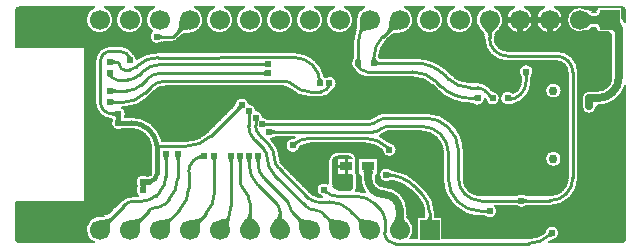
<source format=gbl>
G04*
G04 #@! TF.GenerationSoftware,Altium Limited,Altium Designer,21.8.1 (53)*
G04*
G04 Layer_Physical_Order=2*
G04 Layer_Color=16711680*
%FSLAX25Y25*%
%MOIN*%
G70*
G04*
G04 #@! TF.SameCoordinates,17BD96DF-920B-4E40-B81F-192E6F3E527F*
G04*
G04*
G04 #@! TF.FilePolarity,Positive*
G04*
G01*
G75*
%ADD12C,0.01000*%
%ADD21R,0.04000X0.03150*%
%ADD59C,0.00500*%
%ADD60C,0.02500*%
%ADD61C,0.01500*%
%ADD62C,0.02000*%
%ADD63O,0.09055X0.04724*%
%ADD64O,0.07874X0.04724*%
%ADD65C,0.02953*%
%ADD66R,0.06693X0.06693*%
%ADD67C,0.06693*%
%ADD68C,0.02402*%
%ADD69C,0.02400*%
G36*
X490554Y221154D02*
X490056Y221151D01*
X489167Y221095D01*
X488776Y221043D01*
X488421Y220975D01*
X488101Y220890D01*
X487818Y220789D01*
X487570Y220671D01*
X487358Y220537D01*
X487181Y220387D01*
X486474Y221094D01*
X486625Y221270D01*
X486759Y221483D01*
X486876Y221730D01*
X486977Y222014D01*
X487062Y222333D01*
X487131Y222689D01*
X487183Y223079D01*
X487238Y223968D01*
X487241Y224466D01*
X490554Y221154D01*
D02*
G37*
G36*
X480626Y219675D02*
X480702Y219618D01*
X480783Y219567D01*
X480870Y219522D01*
X480962Y219485D01*
X481060Y219454D01*
X481164Y219431D01*
X481274Y219414D01*
X481390Y219403D01*
X481511Y219400D01*
Y218400D01*
X481390Y218397D01*
X481274Y218386D01*
X481164Y218369D01*
X481060Y218346D01*
X480962Y218315D01*
X480870Y218278D01*
X480783Y218233D01*
X480702Y218182D01*
X480626Y218125D01*
X480557Y218060D01*
Y219740D01*
X480626Y219675D01*
D02*
G37*
G36*
X470669Y212691D02*
X470947Y212299D01*
X471012Y212223D01*
X471136Y212098D01*
X471195Y212048D01*
X471252Y212008D01*
X469606Y211672D01*
X469660Y211762D01*
X469701Y211854D01*
X469727Y211945D01*
X469740Y212036D01*
X469740Y212128D01*
X469725Y212220D01*
X469697Y212312D01*
X469655Y212404D01*
X469599Y212497D01*
X469530Y212589D01*
X470595Y212811D01*
X470669Y212691D01*
D02*
G37*
G36*
X465027Y211175D02*
X465102Y211118D01*
X465183Y211067D01*
X465270Y211022D01*
X465362Y210985D01*
X465460Y210954D01*
X465564Y210931D01*
X465674Y210914D01*
X465790Y210903D01*
X465911Y210900D01*
Y209900D01*
X465790Y209897D01*
X465674Y209886D01*
X465564Y209869D01*
X465460Y209846D01*
X465362Y209815D01*
X465270Y209778D01*
X465183Y209733D01*
X465102Y209682D01*
X465027Y209625D01*
X464957Y209560D01*
Y211240D01*
X465027Y211175D01*
D02*
G37*
G36*
X465100Y206029D02*
X465034Y205893D01*
X465011Y205834D01*
X464994Y205781D01*
X464983Y205734D01*
X464978Y205692D01*
X464980Y205657D01*
X464988Y205628D01*
X465002Y205604D01*
X463975Y205328D01*
X463958Y205353D01*
X463936Y205378D01*
X463907Y205406D01*
X463872Y205434D01*
X463786Y205496D01*
X463733Y205530D01*
X463541Y205638D01*
X465142Y206105D01*
X465100Y206029D01*
D02*
G37*
G36*
X465027Y201575D02*
X465102Y201518D01*
X465183Y201467D01*
X465270Y201422D01*
X465362Y201385D01*
X465460Y201354D01*
X465564Y201331D01*
X465674Y201314D01*
X465790Y201303D01*
X465911Y201300D01*
Y200300D01*
X465790Y200297D01*
X465674Y200286D01*
X465564Y200269D01*
X465460Y200246D01*
X465362Y200215D01*
X465270Y200178D01*
X465183Y200133D01*
X465102Y200082D01*
X465027Y200025D01*
X464957Y199960D01*
Y201640D01*
X465027Y201575D01*
D02*
G37*
G36*
X465088Y197796D02*
X465158Y197734D01*
X465235Y197679D01*
X465318Y197632D01*
X465407Y197591D01*
X465503Y197558D01*
X465606Y197533D01*
X465715Y197515D01*
X465830Y197504D01*
X465951Y197500D01*
X465859Y196500D01*
X465738Y196497D01*
X465623Y196488D01*
X465512Y196472D01*
X465407Y196451D01*
X465307Y196423D01*
X465212Y196389D01*
X465122Y196349D01*
X465037Y196303D01*
X464958Y196250D01*
X464884Y196192D01*
X465024Y197866D01*
X465088Y197796D01*
D02*
G37*
G36*
X507988Y194900D02*
X507893Y194897D01*
X507799Y194884D01*
X507706Y194863D01*
X507613Y194833D01*
X507521Y194794D01*
X507430Y194746D01*
X507340Y194689D01*
X507250Y194624D01*
X507161Y194549D01*
X507073Y194466D01*
X506366Y195173D01*
X506449Y195261D01*
X506524Y195350D01*
X506589Y195440D01*
X506646Y195530D01*
X506694Y195621D01*
X506733Y195713D01*
X506763Y195806D01*
X506784Y195899D01*
X506797Y195993D01*
X506800Y196088D01*
X507988Y194900D01*
D02*
G37*
G36*
X466043Y193637D02*
X466388Y193648D01*
Y192552D01*
X466363Y192561D01*
X466310Y192569D01*
X466227Y192576D01*
X466043Y192582D01*
Y192260D01*
X465974Y192325D01*
X465898Y192382D01*
X465817Y192433D01*
X465730Y192478D01*
X465638Y192515D01*
X465540Y192546D01*
X465436Y192569D01*
X465326Y192586D01*
X465210Y192597D01*
X465152Y192598D01*
X464841Y192600D01*
Y193600D01*
X465338Y193615D01*
X465436Y193631D01*
X465540Y193654D01*
X465638Y193685D01*
X465730Y193722D01*
X465817Y193767D01*
X465898Y193818D01*
X465974Y193875D01*
X466043Y193940D01*
Y193637D01*
D02*
G37*
G36*
X467723Y192219D02*
X467708Y192183D01*
X467694Y192134D01*
X467682Y192073D01*
X467672Y191999D01*
X467658Y191814D01*
X467653Y191586D01*
X467682Y191127D01*
X467694Y191066D01*
X467708Y191017D01*
X467723Y190981D01*
X467740Y190957D01*
X466060D01*
X466077Y190981D01*
X466092Y191017D01*
X466106Y191066D01*
X466118Y191127D01*
X466127Y191201D01*
X466142Y191386D01*
X466147Y191614D01*
X466118Y192073D01*
X466106Y192134D01*
X466092Y192183D01*
X466077Y192219D01*
X466060Y192243D01*
X467740D01*
X467723Y192219D01*
D02*
G37*
G36*
X467781Y190923D02*
X467817Y190908D01*
X467866Y190894D01*
X467927Y190882D01*
X468001Y190873D01*
X468186Y190858D01*
X468557Y190850D01*
Y189350D01*
X468421Y189349D01*
X467927Y189318D01*
X467866Y189306D01*
X467817Y189292D01*
X467781Y189277D01*
X467757Y189260D01*
Y190940D01*
X467781Y190923D01*
D02*
G37*
G36*
X494746Y178067D02*
X494663Y178127D01*
X494578Y178176D01*
X494489Y178214D01*
X494397Y178241D01*
X494302Y178257D01*
X494204Y178263D01*
X494103Y178257D01*
X493999Y178241D01*
X493892Y178213D01*
X493782Y178175D01*
X493669Y179198D01*
X493792Y179242D01*
X494014Y179336D01*
X494114Y179387D01*
X494290Y179494D01*
X494367Y179551D01*
X494436Y179611D01*
X494498Y179672D01*
X494552Y179736D01*
X494746Y178067D01*
D02*
G37*
G36*
X487375Y178773D02*
X487318Y178698D01*
X487267Y178617D01*
X487222Y178530D01*
X487185Y178438D01*
X487154Y178340D01*
X487131Y178236D01*
X487114Y178126D01*
X487103Y178010D01*
X487100Y177889D01*
X486100D01*
X486097Y178010D01*
X486086Y178126D01*
X486069Y178236D01*
X486046Y178340D01*
X486015Y178438D01*
X485978Y178530D01*
X485933Y178617D01*
X485882Y178698D01*
X485825Y178773D01*
X485760Y178843D01*
X487440D01*
X487375Y178773D01*
D02*
G37*
G36*
X483475D02*
X483418Y178698D01*
X483367Y178617D01*
X483322Y178530D01*
X483285Y178438D01*
X483254Y178340D01*
X483231Y178236D01*
X483214Y178126D01*
X483203Y178010D01*
X483200Y177889D01*
X482200D01*
X482197Y178010D01*
X482186Y178126D01*
X482169Y178236D01*
X482146Y178340D01*
X482115Y178438D01*
X482078Y178530D01*
X482033Y178617D01*
X481982Y178698D01*
X481925Y178773D01*
X481860Y178843D01*
X483540D01*
X483475Y178773D01*
D02*
G37*
G36*
X514175Y178074D02*
X514118Y177998D01*
X514067Y177917D01*
X514022Y177830D01*
X513985Y177738D01*
X513954Y177640D01*
X513931Y177536D01*
X513914Y177426D01*
X513903Y177310D01*
X513900Y177189D01*
X512900D01*
X512897Y177310D01*
X512886Y177426D01*
X512869Y177536D01*
X512846Y177640D01*
X512815Y177738D01*
X512778Y177830D01*
X512733Y177917D01*
X512682Y177998D01*
X512625Y178074D01*
X512560Y178143D01*
X514240D01*
X514175Y178074D01*
D02*
G37*
G36*
X511175D02*
X511118Y177998D01*
X511067Y177917D01*
X511022Y177830D01*
X510985Y177738D01*
X510954Y177640D01*
X510931Y177536D01*
X510914Y177426D01*
X510903Y177310D01*
X510900Y177189D01*
X509900D01*
X509897Y177310D01*
X509886Y177426D01*
X509869Y177536D01*
X509846Y177640D01*
X509815Y177738D01*
X509778Y177830D01*
X509733Y177917D01*
X509682Y177998D01*
X509625Y178074D01*
X509560Y178143D01*
X511240D01*
X511175Y178074D01*
D02*
G37*
G36*
X508175D02*
X508118Y177998D01*
X508067Y177917D01*
X508022Y177830D01*
X507985Y177738D01*
X507954Y177640D01*
X507931Y177536D01*
X507914Y177426D01*
X507903Y177310D01*
X507900Y177189D01*
X506900D01*
X506897Y177310D01*
X506886Y177426D01*
X506869Y177536D01*
X506846Y177640D01*
X506815Y177738D01*
X506778Y177830D01*
X506733Y177917D01*
X506682Y177998D01*
X506625Y178074D01*
X506560Y178143D01*
X508240D01*
X508175Y178074D01*
D02*
G37*
G36*
X505175D02*
X505118Y177998D01*
X505067Y177917D01*
X505022Y177830D01*
X504985Y177738D01*
X504954Y177640D01*
X504931Y177536D01*
X504914Y177426D01*
X504903Y177310D01*
X504900Y177189D01*
X503900D01*
X503897Y177310D01*
X503886Y177426D01*
X503869Y177536D01*
X503846Y177640D01*
X503815Y177738D01*
X503778Y177830D01*
X503733Y177917D01*
X503682Y177998D01*
X503625Y178074D01*
X503560Y178143D01*
X505240D01*
X505175Y178074D01*
D02*
G37*
G36*
X499675D02*
X499618Y177998D01*
X499567Y177917D01*
X499522Y177830D01*
X499485Y177738D01*
X499454Y177640D01*
X499431Y177536D01*
X499414Y177426D01*
X499403Y177310D01*
X499400Y177189D01*
X498400D01*
X498397Y177310D01*
X498386Y177426D01*
X498369Y177536D01*
X498346Y177640D01*
X498315Y177738D01*
X498278Y177830D01*
X498233Y177917D01*
X498182Y177998D01*
X498125Y178074D01*
X498060Y178143D01*
X499740D01*
X499675Y178074D01*
D02*
G37*
G36*
X475881Y171323D02*
X475917Y171308D01*
X475966Y171294D01*
X476027Y171282D01*
X476101Y171273D01*
X476286Y171258D01*
X476657Y171250D01*
Y169750D01*
X476521Y169749D01*
X476027Y169718D01*
X475966Y169706D01*
X475917Y169692D01*
X475881Y169677D01*
X475857Y169660D01*
Y171340D01*
X475881Y171323D01*
D02*
G37*
G36*
X475823Y169619D02*
X475808Y169583D01*
X475794Y169534D01*
X475782Y169473D01*
X475772Y169399D01*
X475758Y169214D01*
X475755Y169061D01*
X475782Y168627D01*
X475794Y168566D01*
X475808Y168517D01*
X475823Y168481D01*
X475840Y168457D01*
X474160D01*
X474177Y168481D01*
X474192Y168517D01*
X474206Y168566D01*
X474218Y168627D01*
X474228Y168701D01*
X474242Y168886D01*
X474245Y169039D01*
X474218Y169473D01*
X474206Y169534D01*
X474192Y169583D01*
X474177Y169619D01*
X474160Y169643D01*
X475840D01*
X475823Y169619D01*
D02*
G37*
G36*
X511106Y159586D02*
X511161Y159341D01*
X511253Y159083D01*
X511382Y158810D01*
X511548Y158525D01*
X511751Y158225D01*
X511990Y157912D01*
X512580Y157244D01*
X512930Y156890D01*
X508245D01*
X508595Y157244D01*
X509185Y157912D01*
X509424Y158225D01*
X509627Y158525D01*
X509793Y158810D01*
X509922Y159083D01*
X510014Y159341D01*
X510069Y159586D01*
X510087Y159817D01*
X511087D01*
X511106Y159586D01*
D02*
G37*
G36*
X504094Y158420D02*
X504024Y158220D01*
X503966Y157982D01*
X503919Y157707D01*
X503885Y157396D01*
X503851Y156663D01*
X503864Y155782D01*
X503924Y154754D01*
X500400Y157841D01*
X500873Y157879D01*
X501305Y157936D01*
X501696Y158013D01*
X502046Y158110D01*
X502356Y158227D01*
X502625Y158364D01*
X502853Y158521D01*
X503040Y158697D01*
X503186Y158893D01*
X503291Y159109D01*
X504094Y158420D01*
D02*
G37*
G36*
X494700Y157906D02*
X494550Y157730D01*
X494416Y157517D01*
X494299Y157270D01*
X494197Y156986D01*
X494112Y156667D01*
X494044Y156311D01*
X493992Y155921D01*
X493937Y155032D01*
X493934Y154534D01*
X490621Y157846D01*
X491119Y157849D01*
X492008Y157905D01*
X492399Y157957D01*
X492754Y158025D01*
X493073Y158110D01*
X493357Y158211D01*
X493605Y158329D01*
X493817Y158463D01*
X493993Y158613D01*
X494700Y157906D01*
D02*
G37*
G36*
X484700D02*
X484550Y157730D01*
X484416Y157517D01*
X484299Y157270D01*
X484197Y156986D01*
X484112Y156667D01*
X484044Y156311D01*
X483992Y155921D01*
X483937Y155032D01*
X483934Y154534D01*
X480621Y157846D01*
X481119Y157849D01*
X482008Y157905D01*
X482399Y157957D01*
X482754Y158025D01*
X483073Y158110D01*
X483357Y158211D01*
X483605Y158329D01*
X483817Y158463D01*
X483993Y158613D01*
X484700Y157906D01*
D02*
G37*
G36*
X474700D02*
X474550Y157730D01*
X474416Y157517D01*
X474298Y157270D01*
X474197Y156986D01*
X474112Y156667D01*
X474044Y156311D01*
X473992Y155921D01*
X473937Y155032D01*
X473934Y154534D01*
X470621Y157846D01*
X471119Y157849D01*
X472008Y157905D01*
X472399Y157957D01*
X472754Y158025D01*
X473073Y158110D01*
X473357Y158211D01*
X473605Y158329D01*
X473817Y158463D01*
X473993Y158613D01*
X474700Y157906D01*
D02*
G37*
G36*
X464700D02*
X464550Y157730D01*
X464416Y157517D01*
X464298Y157270D01*
X464197Y156986D01*
X464112Y156667D01*
X464044Y156311D01*
X463992Y155921D01*
X463937Y155032D01*
X463934Y154534D01*
X460621Y157846D01*
X461119Y157849D01*
X462008Y157905D01*
X462399Y157957D01*
X462754Y158025D01*
X463073Y158110D01*
X463357Y158211D01*
X463605Y158329D01*
X463817Y158463D01*
X463993Y158613D01*
X464700Y157906D01*
D02*
G37*
G36*
X521087Y159817D02*
X521106Y159586D01*
X521161Y159341D01*
X521253Y159083D01*
X521382Y158810D01*
X521548Y158525D01*
X521751Y158225D01*
X521990Y157912D01*
X522580Y157244D01*
X522930Y156890D01*
X518245D01*
X518595Y157244D01*
X519184Y157912D01*
X519424Y158225D01*
X519627Y158525D01*
X519793Y158810D01*
X519921Y159083D01*
X520014Y159341D01*
X520069Y159586D01*
X520087Y159817D01*
X521087D01*
D02*
G37*
G36*
X527181Y158613D02*
X527358Y158463D01*
X527570Y158329D01*
X527818Y158211D01*
X528101Y158110D01*
X528421Y158025D01*
X528776Y157957D01*
X529167Y157905D01*
X530056Y157849D01*
X530554Y157846D01*
X527241Y154534D01*
X527238Y155032D01*
X527183Y155921D01*
X527131Y156311D01*
X527062Y156667D01*
X526977Y156986D01*
X526876Y157270D01*
X526759Y157517D01*
X526625Y157730D01*
X526474Y157906D01*
X527181Y158613D01*
D02*
G37*
G36*
X518911Y186600D02*
X518790Y186597D01*
X518674Y186586D01*
X518564Y186569D01*
X518460Y186546D01*
X518362Y186515D01*
X518270Y186478D01*
X518183Y186433D01*
X518102Y186382D01*
X518026Y186325D01*
X517957Y186260D01*
Y187940D01*
X518026Y187875D01*
X518102Y187818D01*
X518183Y187767D01*
X518270Y187722D01*
X518362Y187685D01*
X518460Y187654D01*
X518564Y187631D01*
X518674Y187614D01*
X518790Y187603D01*
X518911Y187600D01*
Y186600D01*
D02*
G37*
G36*
X526744Y183348D02*
X526646Y183282D01*
X526558Y183213D01*
X526479Y183140D01*
X526410Y183063D01*
X526350Y182983D01*
X526300Y182898D01*
X526260Y182810D01*
X526230Y182719D01*
X526209Y182623D01*
X526198Y182524D01*
X525100Y183796D01*
X525188Y183792D01*
X525278Y183797D01*
X525371Y183809D01*
X525465Y183829D01*
X525562Y183856D01*
X525661Y183892D01*
X525762Y183935D01*
X525866Y183985D01*
X526079Y184110D01*
X526744Y183348D01*
D02*
G37*
G36*
X537181Y158613D02*
X537358Y158463D01*
X537570Y158329D01*
X537818Y158211D01*
X538101Y158110D01*
X538421Y158025D01*
X538776Y157957D01*
X539167Y157905D01*
X540056Y157849D01*
X540554Y157846D01*
X537241Y154534D01*
X537238Y155032D01*
X537183Y155921D01*
X537131Y156311D01*
X537062Y156667D01*
X536977Y156986D01*
X536876Y157270D01*
X536759Y157517D01*
X536625Y157730D01*
X536474Y157906D01*
X537181Y158613D01*
D02*
G37*
G36*
X547181D02*
X547358Y158463D01*
X547570Y158329D01*
X547818Y158211D01*
X548101Y158110D01*
X548421Y158025D01*
X548776Y157957D01*
X549167Y157905D01*
X550056Y157849D01*
X550554Y157846D01*
X547241Y154534D01*
X547238Y155032D01*
X547183Y155921D01*
X547131Y156311D01*
X547062Y156667D01*
X546977Y156986D01*
X546876Y157270D01*
X546759Y157517D01*
X546625Y157730D01*
X546474Y157906D01*
X547181Y158613D01*
D02*
G37*
G36*
X536285Y166325D02*
X536179Y166398D01*
X535974Y166520D01*
X535875Y166570D01*
X535778Y166611D01*
X535684Y166645D01*
X535591Y166671D01*
X535501Y166688D01*
X535413Y166698D01*
X535327Y166700D01*
X536500Y167903D01*
X536505Y167801D01*
X536520Y167702D01*
X536545Y167608D01*
X536580Y167517D01*
X536624Y167429D01*
X536679Y167346D01*
X536743Y167266D01*
X536817Y167190D01*
X536901Y167117D01*
X536995Y167048D01*
X536285Y166325D01*
D02*
G37*
G36*
X548900Y171550D02*
X548893Y172023D01*
X548834Y172819D01*
X548782Y173142D01*
X548715Y173415D01*
X548634Y173639D01*
X548538Y173813D01*
X548428Y173938D01*
X548302Y174012D01*
X548162Y174037D01*
X552138D01*
X551998Y174012D01*
X551872Y173938D01*
X551762Y173813D01*
X551666Y173639D01*
X551584Y173415D01*
X551518Y173142D01*
X551466Y172819D01*
X551430Y172445D01*
X551400Y171550D01*
X548900D01*
D02*
G37*
G36*
X550782Y221159D02*
X550310Y221121D01*
X549878Y221062D01*
X549487Y220984D01*
X549137Y220886D01*
X548828Y220768D01*
X548560Y220631D01*
X548333Y220474D01*
X548147Y220297D01*
X548001Y220100D01*
X547896Y219883D01*
X547092Y220570D01*
X547161Y220771D01*
X547218Y221009D01*
X547264Y221284D01*
X547297Y221595D01*
X547329Y222328D01*
X547314Y223210D01*
X547251Y224238D01*
X550782Y221159D01*
D02*
G37*
G36*
X552502Y211644D02*
X552527Y211329D01*
X552541Y211247D01*
X552560Y211175D01*
X552581Y211114D01*
X552606Y211065D01*
X552634Y211026D01*
X552666Y210999D01*
X551334D01*
X551366Y211026D01*
X551394Y211065D01*
X551419Y211114D01*
X551440Y211175D01*
X551459Y211247D01*
X551474Y211329D01*
X551485Y211423D01*
X551498Y211644D01*
X551500Y211771D01*
X552500D01*
X552502Y211644D01*
D02*
G37*
G36*
X547303Y211690D02*
X547314Y211574D01*
X547331Y211464D01*
X547354Y211360D01*
X547385Y211262D01*
X547422Y211170D01*
X547467Y211083D01*
X547518Y211002D01*
X547575Y210927D01*
X547640Y210857D01*
X545960D01*
X546025Y210927D01*
X546082Y211002D01*
X546133Y211083D01*
X546178Y211170D01*
X546215Y211262D01*
X546246Y211360D01*
X546269Y211464D01*
X546286Y211574D01*
X546297Y211690D01*
X546300Y211811D01*
X547300D01*
X547303Y211690D01*
D02*
G37*
G36*
X547729Y209225D02*
X547691Y209141D01*
X547667Y209056D01*
X547656Y208970D01*
X547658Y208884D01*
X547675Y208796D01*
X547705Y208708D01*
X547749Y208619D01*
X547806Y208529D01*
X547877Y208439D01*
X546810Y208208D01*
X546735Y208327D01*
X546463Y208706D01*
X546402Y208778D01*
X546287Y208893D01*
X546234Y208937D01*
X546183Y208971D01*
X547781Y209309D01*
X547729Y209225D01*
D02*
G37*
G36*
X515743Y205760D02*
X515673Y205825D01*
X515598Y205882D01*
X515517Y205933D01*
X515430Y205978D01*
X515338Y206015D01*
X515240Y206046D01*
X515136Y206069D01*
X515026Y206086D01*
X514910Y206097D01*
X514789Y206100D01*
Y207100D01*
X514910Y207103D01*
X515026Y207114D01*
X515136Y207131D01*
X515240Y207154D01*
X515338Y207185D01*
X515430Y207222D01*
X515517Y207267D01*
X515598Y207318D01*
X515673Y207375D01*
X515743Y207440D01*
Y205760D01*
D02*
G37*
G36*
X534442Y205007D02*
X534510Y204782D01*
X534551Y204680D01*
X534595Y204585D01*
X534644Y204497D01*
X534696Y204416D01*
X534753Y204341D01*
X534813Y204274D01*
X534878Y204213D01*
X533202Y204096D01*
X533265Y204174D01*
X533318Y204256D01*
X533361Y204342D01*
X533396Y204433D01*
X533421Y204527D01*
X533436Y204626D01*
X533443Y204730D01*
X533440Y204837D01*
X533427Y204949D01*
X533405Y205065D01*
X534414Y205130D01*
X534442Y205007D01*
D02*
G37*
G36*
X537675Y202198D02*
X537649Y202183D01*
X537620Y202158D01*
X537586Y202123D01*
X537547Y202078D01*
X537458Y201957D01*
X537290Y201701D01*
X537226Y201596D01*
X536168Y201829D01*
X536233Y201912D01*
X536287Y201992D01*
X536330Y202069D01*
X536361Y202141D01*
X536381Y202210D01*
X536389Y202275D01*
X536386Y202336D01*
X536371Y202394D01*
X536345Y202448D01*
X536307Y202498D01*
X537675Y202198D01*
D02*
G37*
G36*
X560554Y221154D02*
X560056Y221151D01*
X559167Y221095D01*
X558776Y221043D01*
X558421Y220975D01*
X558101Y220890D01*
X557818Y220789D01*
X557570Y220671D01*
X557358Y220537D01*
X557181Y220387D01*
X556474Y221094D01*
X556625Y221270D01*
X556759Y221483D01*
X556876Y221730D01*
X556977Y222014D01*
X557062Y222333D01*
X557131Y222689D01*
X557183Y223079D01*
X557238Y223968D01*
X557241Y224466D01*
X560554Y221154D01*
D02*
G37*
G36*
X592580Y221756D02*
X591990Y221088D01*
X591751Y220775D01*
X591548Y220475D01*
X591382Y220190D01*
X591253Y219917D01*
X591161Y219659D01*
X591106Y219414D01*
X591087Y219183D01*
X590087D01*
X590069Y219414D01*
X590014Y219659D01*
X589922Y219917D01*
X589793Y220190D01*
X589627Y220475D01*
X589424Y220775D01*
X589185Y221088D01*
X588595Y221756D01*
X588245Y222110D01*
X592930D01*
X592580Y221756D01*
D02*
G37*
G36*
X552926Y210775D02*
X553002Y210718D01*
X553083Y210667D01*
X553170Y210622D01*
X553262Y210585D01*
X553360Y210554D01*
X553464Y210531D01*
X553574Y210514D01*
X553690Y210503D01*
X553811Y210500D01*
Y209500D01*
X553690Y209497D01*
X553574Y209486D01*
X553464Y209469D01*
X553360Y209446D01*
X553262Y209415D01*
X553170Y209378D01*
X553083Y209333D01*
X553002Y209282D01*
X552926Y209225D01*
X552857Y209160D01*
Y210840D01*
X552926Y210775D01*
D02*
G37*
G36*
X590761Y199851D02*
X590850Y199776D01*
X590940Y199711D01*
X591030Y199654D01*
X591121Y199606D01*
X591213Y199567D01*
X591306Y199537D01*
X591399Y199516D01*
X591493Y199503D01*
X591588Y199500D01*
X590400Y198312D01*
X590397Y198407D01*
X590384Y198501D01*
X590363Y198594D01*
X590333Y198687D01*
X590294Y198779D01*
X590246Y198870D01*
X590189Y198960D01*
X590124Y199050D01*
X590049Y199139D01*
X589966Y199227D01*
X590673Y199934D01*
X590761Y199851D01*
D02*
G37*
G36*
X585743Y197460D02*
X585674Y197525D01*
X585598Y197582D01*
X585517Y197633D01*
X585430Y197678D01*
X585338Y197715D01*
X585240Y197746D01*
X585136Y197769D01*
X585026Y197786D01*
X584910Y197797D01*
X584789Y197800D01*
Y198800D01*
X584910Y198803D01*
X585026Y198814D01*
X585136Y198831D01*
X585240Y198854D01*
X585338Y198885D01*
X585430Y198922D01*
X585517Y198967D01*
X585598Y199018D01*
X585674Y199075D01*
X585743Y199140D01*
Y197460D01*
D02*
G37*
G36*
X557158Y173536D02*
X557228Y173476D01*
X557305Y173421D01*
X557388Y173371D01*
X557478Y173326D01*
X557575Y173287D01*
X557678Y173252D01*
X557787Y173223D01*
X557903Y173198D01*
X558026Y173179D01*
X557985Y172175D01*
X557866Y172188D01*
X557753Y172192D01*
X557644Y172188D01*
X557540Y172176D01*
X557441Y172154D01*
X557347Y172125D01*
X557258Y172087D01*
X557173Y172040D01*
X557093Y171986D01*
X557018Y171922D01*
X557094Y173601D01*
X557158Y173536D01*
D02*
G37*
G36*
X571092Y158642D02*
X571107Y158470D01*
X571132Y158318D01*
X571167Y158187D01*
X571212Y158075D01*
X571267Y157984D01*
X571332Y157913D01*
X571407Y157863D01*
X571492Y157833D01*
X571587Y157823D01*
X569587D01*
X569682Y157833D01*
X569767Y157863D01*
X569842Y157913D01*
X569907Y157984D01*
X569962Y158075D01*
X570007Y158187D01*
X570042Y158318D01*
X570067Y158470D01*
X570082Y158642D01*
X570087Y158834D01*
X571087D01*
X571092Y158642D01*
D02*
G37*
G36*
X561848Y159288D02*
X561881Y158975D01*
X561936Y158674D01*
X562012Y158384D01*
X562111Y158106D01*
X562231Y157839D01*
X562373Y157585D01*
X562537Y157341D01*
X562722Y157110D01*
X562930Y156890D01*
X558245D01*
X558452Y157110D01*
X558638Y157341D01*
X558802Y157585D01*
X558944Y157839D01*
X559064Y158106D01*
X559163Y158384D01*
X559239Y158674D01*
X559294Y158975D01*
X559326Y159288D01*
X559337Y159612D01*
X561837D01*
X561848Y159288D01*
D02*
G37*
G36*
X609739Y152602D02*
X609828Y152680D01*
X609906Y152761D01*
X609976Y152844D01*
X610036Y152930D01*
X610087Y153018D01*
X610128Y153108D01*
X610160Y153200D01*
X610183Y153295D01*
X610196Y153392D01*
X610200Y153491D01*
X611385Y152300D01*
X611295Y152297D01*
X611204Y152286D01*
X611112Y152266D01*
X611020Y152237D01*
X610927Y152201D01*
X610833Y152156D01*
X610738Y152102D01*
X610642Y152040D01*
X610546Y151970D01*
X610448Y151891D01*
X609739Y152602D01*
D02*
G37*
G36*
X603011Y163700D02*
X602890Y163697D01*
X602774Y163686D01*
X602664Y163669D01*
X602560Y163646D01*
X602462Y163615D01*
X602370Y163578D01*
X602283Y163533D01*
X602202Y163482D01*
X602127Y163425D01*
X602057Y163360D01*
Y165040D01*
X602127Y164975D01*
X602202Y164918D01*
X602283Y164867D01*
X602370Y164822D01*
X602462Y164785D01*
X602560Y164754D01*
X602664Y164731D01*
X602774Y164714D01*
X602890Y164703D01*
X603011Y164700D01*
Y163700D01*
D02*
G37*
G36*
X597838Y197415D02*
X597134Y197325D01*
X597730Y198803D01*
X597763Y198729D01*
X597806Y198668D01*
X597858Y198620D01*
X597920Y198583D01*
X597992Y198559D01*
X598073Y198547D01*
X598163Y198548D01*
X598263Y198561D01*
X598373Y198586D01*
X598492Y198623D01*
X597838Y197415D01*
D02*
G37*
G36*
X602300Y205389D02*
X602297Y205510D01*
X602286Y205626D01*
X602269Y205736D01*
X602246Y205840D01*
X602215Y205938D01*
X602178Y206030D01*
X602133Y206117D01*
X602082Y206198D01*
X602025Y206274D01*
X601960Y206343D01*
X603640D01*
X603575Y206274D01*
X603518Y206198D01*
X603467Y206117D01*
X603422Y206030D01*
X603385Y205938D01*
X603354Y205840D01*
X603331Y205736D01*
X603314Y205626D01*
X603303Y205510D01*
X603300Y205389D01*
X602300D01*
D02*
G37*
G36*
X627265Y222000D02*
X627240Y222237D01*
X627164Y222450D01*
X627039Y222638D01*
X626863Y222800D01*
X626637Y222937D01*
X626361Y223050D01*
X626034Y223137D01*
X625657Y223200D01*
X625301Y223231D01*
X625062Y223206D01*
X624761Y223152D01*
X624471Y223075D01*
X624193Y222977D01*
X623927Y222857D01*
X623672Y222715D01*
X623429Y222551D01*
X623197Y222365D01*
X622977Y222158D01*
Y226842D01*
X623197Y226635D01*
X623429Y226449D01*
X623672Y226285D01*
X623927Y226143D01*
X624193Y226023D01*
X624471Y225925D01*
X624761Y225848D01*
X625062Y225794D01*
X625301Y225769D01*
X625657Y225800D01*
X626034Y225863D01*
X626361Y225950D01*
X626637Y226062D01*
X626863Y226200D01*
X627039Y226362D01*
X627164Y226550D01*
X627240Y226763D01*
X627265Y227000D01*
Y222000D01*
D02*
G37*
G36*
X632450Y218666D02*
X632438Y219141D01*
X632400Y219566D01*
X632338Y219940D01*
X632250Y220266D01*
X632137Y220540D01*
X632000Y220765D01*
X631838Y220940D01*
X631650Y221065D01*
X631437Y221141D01*
X631200Y221165D01*
X633922D01*
X634117Y221141D01*
X634292Y221065D01*
X634446Y220940D01*
X634580Y220765D01*
X634693Y220540D01*
X634786Y220266D01*
X634858Y219940D01*
X634909Y219566D01*
X634940Y219141D01*
X634950Y218666D01*
X632450D01*
D02*
G37*
D12*
X556793Y150807D02*
G03*
X558973Y149900I2180J2166D01*
G01*
X603658Y149900D02*
G03*
X610729Y152829I0J10000D01*
G01*
X576879Y171311D02*
G03*
X587490Y160700I10611J0D01*
G01*
X576879Y180050D02*
G03*
X567928Y189000I-8951J0D01*
G01*
X580214Y180974D02*
G03*
X576629Y188771I-10271J-0D01*
G01*
X580214Y171586D02*
G03*
X587600Y164200I7386J0D01*
G01*
X576629Y188771D02*
G03*
X569558Y191700I-7071J-7071D01*
G01*
X575662Y206038D02*
G03*
X566100Y210000I-9562J-9557D01*
G01*
X574199Y202501D02*
G03*
X584341Y198300I10141J10139D01*
G01*
X572883Y203818D02*
G03*
X564958Y207100I-7925J-7925D01*
G01*
X576871Y204829D02*
G03*
X583942Y201900I7071J7071D01*
G01*
X588893Y201007D02*
G03*
X586737Y201900I-2156J-2156D01*
G01*
X546800Y210000D02*
G03*
X549700Y207100I2900J0D01*
G01*
X535855Y167345D02*
G03*
X540032Y165615I4177J4177D01*
G01*
X565641Y168885D02*
G03*
X556200Y172800I-9441J-9427D01*
G01*
X570587Y160229D02*
G03*
X567968Y166558I-8956J-0D01*
G01*
X567965Y166561D02*
G03*
X567958Y166569I-715J-699D01*
G01*
X530794Y185000D02*
G03*
X525000Y182600I0J-8194D01*
G01*
X556329Y182071D02*
G03*
X549258Y185000I-7071J-7071D01*
G01*
X555473Y191700D02*
G03*
X553300Y190800I0J-3073D01*
G01*
X550403Y189600D02*
G03*
X553300Y190800I0J4097D01*
G01*
X556431Y189000D02*
G03*
X554500Y188200I0J-2731D01*
G01*
X551844Y187100D02*
G03*
X554500Y188200I0J3756D01*
G01*
X554929Y218842D02*
G03*
X552000Y211771I7071J-7071D01*
G01*
X544216Y160871D02*
G03*
X537145Y163800I-7071J-7071D01*
G01*
X548919Y155191D02*
G03*
X548920Y155190I1668J1668D01*
G01*
D02*
G03*
X550587Y154500I1668J1669D01*
G01*
X610787Y164200D02*
G03*
X618371Y171783I0J7583D01*
G01*
Y206929D02*
G03*
X612900Y212400I-5471J0D01*
G01*
X590587Y218313D02*
G03*
X596500Y212400I5913J0D01*
G01*
X534400Y200500D02*
G03*
X537200Y203300I0J2800D01*
G01*
X525175Y202738D02*
G03*
X522137Y204000I-3038J-3028D01*
G01*
X525175Y202738D02*
G03*
X530579Y200500I5404J5404D01*
G01*
X549729Y223642D02*
G03*
X546800Y216570I7071J-7071D01*
G01*
X596600Y197800D02*
G03*
X602800Y204000I0J6200D01*
G01*
X480789Y206600D02*
G03*
X476540Y204840I0J-6009D01*
G01*
X469735Y200800D02*
G03*
X474455Y202755I0J6675D01*
G01*
X482300Y204000D02*
G03*
X477861Y202162I0J-6277D01*
G01*
X468558Y197000D02*
G03*
X475629Y199929I0J10000D01*
G01*
X470088Y204506D02*
G03*
X473700Y206000I5J5102D01*
G01*
X474712Y207012D02*
G03*
X474710Y207010I4802J-4806D01*
G01*
X480963Y209600D02*
G03*
X474710Y207010I0J-8843D01*
G01*
X472599Y208599D02*
G03*
X472600Y208600I-1930J1932D01*
G01*
X512600Y189280D02*
G03*
X514000Y185900I4780J0D01*
G01*
X518900Y178300D02*
G03*
X520244Y175057I4587J0D01*
G01*
X518900Y178300D02*
G03*
X516991Y182909I-6518J0D01*
G01*
X516400Y178700D02*
G03*
X518804Y172896I8208J0D01*
G01*
X516400Y178700D02*
G03*
X515339Y181261I-3621J0D01*
G01*
X510300Y189128D02*
G03*
X512300Y184300I6828J0D01*
G01*
X489249Y182293D02*
G03*
X497688Y185788I0J11934D01*
G01*
X530194Y165106D02*
G03*
X533345Y163800I3144J3133D01*
G01*
X535183Y159904D02*
G03*
X532300Y161100I-2883J-2878D01*
G01*
X529395Y162305D02*
G03*
X532300Y161100I2905J2899D01*
G01*
X534100Y203300D02*
G03*
X525492Y211909I-8608J0D01*
G01*
X552129Y163271D02*
G03*
X546470Y165615I-5658J-5658D01*
G01*
X555600Y153600D02*
G03*
X556726Y150874I3863J-0D01*
G01*
X556737Y150863D02*
G03*
X556730Y150870I-707J-707D01*
G01*
X555600Y158103D02*
G03*
X554400Y161000I-4097J0D01*
G01*
X524000Y162103D02*
G03*
X524720Y160367I2445J-3D01*
G01*
X524000Y162103D02*
G03*
X523269Y163856I-2475J-3D01*
G01*
X513400Y176447D02*
G03*
X515325Y171800I6572J0D01*
G01*
X517829Y164971D02*
G03*
X517658Y165042I-171J-171D01*
G01*
X520587Y160816D02*
G03*
X519600Y163200I-3371J0D01*
G01*
X510400Y176442D02*
G03*
X513329Y169371I10000J0D01*
G01*
X510587Y163526D02*
G03*
X508900Y167600I-5761J0D01*
G01*
X507400Y171221D02*
G03*
X508900Y167600I5121J0D01*
G01*
X501471Y155384D02*
G03*
X504400Y162455I-7071J7071D01*
G01*
X495971Y159884D02*
G03*
X498900Y166955I-7071J7071D01*
G01*
X474853Y164000D02*
G03*
X479400Y165883I0J6431D01*
G01*
X472200Y164000D02*
G03*
X468594Y162506I0J-5100D01*
G01*
X480567Y167050D02*
G03*
X482700Y172200I-5150J5150D01*
G01*
X483671Y164521D02*
G03*
X486600Y171592I-7071J7071D01*
G01*
X479400Y161900D02*
G03*
X482217Y163067I0J3983D01*
G01*
X479400Y161900D02*
G03*
X476989Y160901I0J-3410D01*
G01*
X495500Y179000D02*
G03*
X490300Y173800I0J-5200D01*
G01*
X487371Y161284D02*
G03*
X490300Y168355I-7071J7071D01*
G01*
X464100Y206700D02*
G03*
X466294Y204506I2194J0D01*
G01*
X467400Y209200D02*
G03*
X466200Y210400I-1200J0D01*
G01*
X467400Y209200D02*
G03*
X468800Y207800I1400J0D01*
G01*
X480042Y211900D02*
G03*
X472971Y208971I0J-10000D01*
G01*
X470669Y207800D02*
G03*
X472599Y208599I0J2731D01*
G01*
X464100Y197100D02*
G03*
X464341Y197000I241J241D01*
G01*
X470600Y211000D02*
G03*
X467600Y214000I-3000J0D01*
G01*
X464300D02*
G03*
X460900Y210600I0J-3400D01*
G01*
Y197000D02*
G03*
X464800Y193100I3900J0D01*
G01*
X480963Y209600D02*
X516600D01*
X558973Y149900D02*
X603658D01*
X576879Y171311D02*
Y180050D01*
X587490Y160700D02*
X590700D01*
X556431Y189000D02*
X567928D01*
X580214Y171586D02*
Y180974D01*
X601200Y164200D02*
X610787D01*
X587600D02*
X601200D01*
X552000Y210000D02*
X566100Y210000D01*
X575665Y206035D02*
X576871Y204829D01*
X575662Y206038D02*
X575665Y206035D01*
X572883Y203818D02*
X574199Y202501D01*
X584341Y198300D02*
X584346Y198300D01*
X586600D01*
X552000Y210000D02*
Y211771D01*
X583942Y201900D02*
X586737D01*
X588893Y201007D02*
X591600Y198300D01*
X549700Y207100D02*
X564958D01*
X556200Y172800D02*
X556200Y172800D01*
X556200Y172800D01*
X565641Y168885D02*
X567958Y166569D01*
X567965Y166561D02*
X567968Y166558D01*
X570587Y154500D02*
Y160229D01*
X530794Y185000D02*
X549258D01*
X556329Y182071D02*
X557200Y181200D01*
X517100Y187100D02*
X551844D01*
X555473Y191700D02*
X569558D01*
X514900Y189600D02*
X550403D01*
X546800Y210000D02*
Y216570D01*
X540037Y165615D02*
X546470D01*
X540032Y165615D02*
X540037Y165615D01*
X535300Y167900D02*
X535855Y167345D01*
X533345Y163800D02*
Y163800D01*
X548919Y155191D02*
X548920Y155190D01*
X533345Y163800D02*
X537145D01*
X530194Y165106D02*
X530195Y165105D01*
X544216Y160871D02*
X550587Y154500D01*
X618371Y171783D02*
Y206929D01*
X596500Y212400D02*
X612900D01*
X590587Y218313D02*
Y224500D01*
X530579Y200500D02*
X534400D01*
X482300Y204000D02*
X522137D01*
X554929Y218842D02*
X560587Y224500D01*
X549729Y223642D02*
X550587Y224500D01*
X542850Y175600D02*
Y178175D01*
Y173025D02*
Y175600D01*
X539850D02*
X542850D01*
X480789Y206600D02*
X516600D01*
X464100Y200800D02*
X469735D01*
X474455Y202755D02*
X476540Y204840D01*
X475629Y199929D02*
X477861Y202162D01*
X473700Y206000D02*
X474710Y207010D01*
X519537Y211909D02*
X525492D01*
X480042Y211900D02*
X481300D01*
X519537Y211909D01*
X520244Y175057D02*
X530194Y165106D01*
X512600Y189280D02*
Y191900D01*
X514000Y185900D02*
X516991Y182909D01*
X510300Y189128D02*
Y194100D01*
X512300Y184300D02*
X515339Y181261D01*
X479748Y182293D02*
X489249D01*
X497688Y185788D02*
X508000Y196100D01*
X479700Y218900D02*
X484987D01*
X490587Y224500D01*
X479534D02*
X480587D01*
X529393Y162307D02*
X529395Y162305D01*
X518804Y172896D02*
X529393Y162307D01*
X535187Y159900D02*
X540587Y154500D01*
X535183Y159904D02*
X535187Y159900D01*
X556737Y150863D02*
X556793Y150807D01*
X556726Y150874D02*
X556730Y150870D01*
X552129Y163271D02*
X554400Y161000D01*
X610729Y152829D02*
X611400Y153500D01*
X555600Y153600D02*
Y158103D01*
X524722Y160365D02*
X530587Y154500D01*
X524720Y160367D02*
X524722Y160365D01*
X515325Y171800D02*
X523269Y163856D01*
X523269Y163856D01*
X513329Y169371D02*
X517658Y165042D01*
X517829Y164971D02*
X519600Y163200D01*
X520587Y154500D02*
Y160816D01*
X513400Y176447D02*
Y179000D01*
X510400Y176442D02*
Y179000D01*
X510587Y154500D02*
Y163526D01*
X507400Y171221D02*
Y179000D01*
X500587Y154500D02*
X501471Y155384D01*
X504400Y162455D02*
Y179000D01*
X490587Y154500D02*
X495971Y159884D01*
X498900Y166955D02*
Y179000D01*
X472200Y164000D02*
X474853D01*
X460587Y154500D02*
X468594Y162506D01*
X479400Y165883D02*
X480567Y167050D01*
X482217Y163067D02*
X483671Y164521D01*
X470587Y154500D02*
X476989Y160901D01*
X490300Y168355D02*
Y173800D01*
X480587Y154500D02*
X487371Y161284D01*
X480587Y154500D02*
Y155887D01*
X482700Y172200D02*
Y179700D01*
X486600Y171592D02*
Y179700D01*
X466294Y204506D02*
X470088D01*
X464100Y210400D02*
X466200D01*
X468800Y207800D02*
X470669D01*
X472600Y208600D02*
X472971Y208971D01*
X472599Y208599D02*
X472600Y208600D01*
X470088Y204506D02*
X470088Y204506D01*
X464341Y197000D02*
X468558D01*
X464300Y214000D02*
X467600D01*
X460900Y197000D02*
Y210600D01*
X464800Y193100D02*
X466900D01*
X602800Y204000D02*
Y207200D01*
X542800Y175600D02*
X542850D01*
D21*
D03*
X550150D02*
D03*
D59*
X635750Y227500D02*
G03*
X634500Y228750I-1250J0D01*
G01*
X635750Y223589D02*
G03*
X634784Y225114I-5163J-2202D01*
G01*
X622778Y228079D02*
G03*
X622778Y220921I-2191J-3579D01*
G01*
X615184Y224500D02*
G03*
X612338Y228750I-4597J0D01*
G01*
X608837D02*
G03*
X615184Y224500I1751J-4250D01*
G01*
X620121Y206929D02*
G03*
X612900Y214150I-7221J0D01*
G01*
X616621Y206929D02*
G03*
X612900Y210650I-3721J0D01*
G01*
X626800Y200900D02*
G03*
X631200Y205300I0J4400D01*
G01*
X623800Y200900D02*
G03*
X621300Y198400I0J-2500D01*
G01*
X623800Y200900D02*
G03*
X621300Y198400I0J-2500D01*
G01*
X614601Y200879D02*
G03*
X614601Y200879I-2726J0D01*
G01*
X605184Y224500D02*
G03*
X602338Y228750I-4597J0D01*
G01*
X595184Y224500D02*
G03*
X592338Y228750I-4597J0D01*
G01*
X598837D02*
G03*
X605184Y224500I1751J-4250D01*
G01*
X593906Y221320D02*
G03*
X595184Y224500I-3319J3180D01*
G01*
X588837Y228750D02*
G03*
X587269Y221320I1751J-4250D01*
G01*
X585184Y224500D02*
G03*
X582338Y228750I-4597J0D01*
G01*
X578837D02*
G03*
X585184Y224500I1751J-4250D01*
G01*
X575184D02*
G03*
X572338Y228750I-4597J0D01*
G01*
X568837D02*
G03*
X575184Y224500I1751J-4250D01*
G01*
X565184D02*
G03*
X562338Y228750I-4597J0D01*
G01*
X560685Y219905D02*
G03*
X565184Y224500I-98J4595D01*
G01*
X604638Y205580D02*
G03*
X605250Y207200I-1838J1620D01*
G01*
X588837Y218313D02*
G03*
X596500Y210650I7663J0D01*
G01*
X605250Y207200D02*
G03*
X600962Y205580I-2450J0D01*
G01*
X592337Y218313D02*
G03*
X596500Y214150I4163J0D01*
G01*
X598483Y199968D02*
G03*
X601050Y204000I-1883J4032D01*
G01*
X590130Y202245D02*
G03*
X586737Y203650I-3393J-3393D01*
G01*
X594050Y198300D02*
G03*
X591755Y200745I-2450J0D01*
G01*
X576895Y207280D02*
G03*
X566100Y211750I-10795J-10800D01*
G01*
X578109Y206066D02*
G03*
X583942Y203650I5834J5834D01*
G01*
X571645Y202580D02*
G03*
X564958Y205350I-6687J-6687D01*
G01*
X572962Y201263D02*
G03*
X584342Y196550I11378J11376D01*
G01*
X626800Y195900D02*
G03*
X635750Y202426I0J9400D01*
G01*
X621300Y195600D02*
G03*
X626300Y195600I2500J0D01*
G01*
X634500Y150250D02*
G03*
X635750Y151500I0J1250D01*
G01*
X610787Y165950D02*
G03*
X616621Y171783I0J5833D01*
G01*
X610787Y162450D02*
G03*
X620121Y171783I0J9334D01*
G01*
X598261Y196226D02*
G03*
X604550Y204000I-1661J7774D01*
G01*
X598483Y199968D02*
G03*
X597352Y196068I-1883J-1568D01*
G01*
X584980Y196462D02*
G03*
X589050Y198300I1620J1838D01*
G01*
X589155Y198145D02*
G03*
X594050Y198300I2445J155D01*
G01*
X597424Y196093D02*
G03*
X598261Y196226I-824J7907D01*
G01*
X577819Y190056D02*
G03*
X569558Y193450I-8261J-8356D01*
G01*
X581964Y180974D02*
G03*
X577819Y190056I-12021J-0D01*
G01*
X614601Y178122D02*
G03*
X614601Y178122I-2726J0D01*
G01*
X602820Y166038D02*
G03*
X599485Y165950I-1620J-1838D01*
G01*
X581964Y171586D02*
G03*
X587600Y165950I5636J0D01*
G01*
X575129Y171311D02*
G03*
X587490Y158950I12361J0D01*
G01*
X572337Y160229D02*
G03*
X569206Y167795I-10706J-0D01*
G01*
X575129Y180050D02*
G03*
X567928Y187250I-7201J0D01*
G01*
X556431D02*
G03*
X555740Y186965I0J-981D01*
G01*
X559650Y181200D02*
G03*
X557210Y183650I-2450J0D01*
G01*
X566879Y170122D02*
G03*
X558331Y174399I-10679J-10663D01*
G01*
X564399Y167653D02*
G03*
X557990Y170911I-8199J-8194D01*
G01*
X593150Y160700D02*
G03*
X592415Y162450I-2450J0D01*
G01*
X599485D02*
G03*
X602820Y162362I1715J1750D01*
G01*
X613850Y153500D02*
G03*
X608955Y153661I-2450J0D01*
G01*
X611548Y151055D02*
G03*
X613850Y153500I-148J2445D01*
G01*
X603658Y151650D02*
G03*
X608805Y153452I0J8250D01*
G01*
X610362Y150250D02*
G03*
X611148Y150847I-6704J9650D01*
G01*
X588985Y158950D02*
G03*
X593150Y160700I1715J1750D01*
G01*
X568837Y160229D02*
G03*
X566746Y165305I-7206J-0D01*
G01*
X565184Y154500D02*
G03*
X563917Y157669I-4597J0D01*
G01*
X564194Y151650D02*
G03*
X565184Y154500I-3606J2850D01*
G01*
X545184Y224500D02*
G03*
X542338Y228750I-4597J0D01*
G01*
X548837D02*
G03*
X545996Y224285I1751J-4250D01*
G01*
X538837Y228750D02*
G03*
X545184Y224500I1751J-4250D01*
G01*
X545870Y220883D02*
G03*
X545050Y216570I10930J-4312D01*
G01*
X515184Y224500D02*
G03*
X512338Y228750I-4597J0D01*
G01*
X535184Y224500D02*
G03*
X532338Y228750I-4597J0D01*
G01*
X528837D02*
G03*
X535184Y224500I1751J-4250D01*
G01*
X525184D02*
G03*
X522338Y228750I-4597J0D01*
G01*
X518837D02*
G03*
X525184Y224500I1751J-4250D01*
G01*
X508837Y228750D02*
G03*
X515184Y224500I1751J-4250D01*
G01*
X556166Y217604D02*
G03*
X553751Y211897I5834J-5834D01*
G01*
X544962Y211620D02*
G03*
X545375Y208007I1838J-1620D01*
G01*
X545839Y207409D02*
G03*
X549700Y205350I3861J2591D01*
G01*
X539650Y203300D02*
G03*
X535704Y205240I-2450J0D01*
G01*
X538501Y201224D02*
G03*
X539650Y203300I-1301J2076D01*
G01*
X535609Y205520D02*
G03*
X525492Y213658I-10118J-2220D01*
G01*
X523932Y201506D02*
G03*
X522137Y202250I-1796J-1796D01*
G01*
X505184Y224500D02*
G03*
X502338Y228750I-4597J0D01*
G01*
X498837D02*
G03*
X505184Y224500I1751J-4250D01*
G01*
X495184D02*
G03*
X492338Y228750I-4597J0D01*
G01*
X490685Y219905D02*
G03*
X495184Y224500I-98J4595D01*
G01*
X478837Y228750D02*
G03*
X478022Y220686I1751J-4250D01*
G01*
X434000Y228750D02*
G03*
X432750Y227500I0J-1250D01*
G01*
X475184Y224500D02*
G03*
X472338Y228750I-4597J0D01*
G01*
X468837D02*
G03*
X475184Y224500I1751J-4250D01*
G01*
X465184D02*
G03*
X462338Y228750I-4597J0D01*
G01*
X458837D02*
G03*
X465184Y224500I1751J-4250D01*
G01*
X484987Y217150D02*
G03*
X486225Y217663I0J1750D01*
G01*
X484987Y217150D02*
G03*
X486225Y217663I0J1750D01*
G01*
X478022Y220686D02*
G03*
X481320Y217062I1678J-1786D01*
G01*
X480042Y213650D02*
G03*
X473028Y211327I0J-11750D01*
G01*
X482300Y202250D02*
G03*
X479103Y200928I0J-4527D01*
G01*
X473028Y211327D02*
G03*
X472077Y212955I-2428J-327D01*
G01*
X471574Y213602D02*
G03*
X467600Y215750I-3974J-2602D01*
G01*
X464300D02*
G03*
X459150Y210600I0J-5150D01*
G01*
X557210Y183650D02*
G03*
X553955Y185770I-7952J-8650D01*
G01*
X555473Y193450D02*
G03*
X552063Y192037I0J-4823D01*
G01*
X553955Y185770D02*
G03*
X555737Y186963I-2110J5085D01*
G01*
X554750Y181156D02*
G03*
X549258Y183250I-5492J-6156D01*
G01*
X550403Y191350D02*
G03*
X552063Y192037I0J2347D01*
G01*
X534400Y198750D02*
G03*
X538201Y200799I0J4550D01*
G01*
X523938Y201501D02*
G03*
X530579Y198750I6641J6641D01*
G01*
X530794Y183250D02*
G03*
X527589Y182396I0J-6444D01*
G01*
X554750Y181156D02*
G03*
X559650Y181200I2450J44D01*
G01*
X546081Y178425D02*
G03*
X545762Y179350I-1500J0D01*
G01*
X546081Y178425D02*
G03*
X545762Y179350I-1500J0D01*
G01*
X545762D02*
G03*
X543400Y180500I-2362J-1850D01*
G01*
X525026Y185050D02*
G03*
X527427Y182265I-26J-2450D01*
G01*
X540200Y180500D02*
G03*
X536800Y177100I0J-3400D01*
G01*
X515046Y192046D02*
G03*
X512738Y194346I-2446J-146D01*
G01*
X516615Y191350D02*
G03*
X515046Y192046I-1715J-1750D01*
G01*
X517660Y184715D02*
G03*
X518720Y185262I-560J2385D01*
G01*
X520650Y178300D02*
G03*
X518228Y184147I-8268J0D01*
G01*
X520650Y178300D02*
G03*
X521481Y176294I2837J0D01*
G01*
X557901Y174563D02*
G03*
X557734Y170890I-1701J-1763D01*
G01*
X552653Y171419D02*
G03*
X555400Y168800I2747J131D01*
G01*
X563087Y161113D02*
G03*
X555400Y168800I-7687J0D01*
G01*
X549130Y166995D02*
G03*
X546470Y167365I-2659J-9383D01*
G01*
X547651Y171411D02*
G03*
X549130Y166995I7749J139D01*
G01*
X546400Y172775D02*
G03*
X546100Y173675I-1500J0D01*
G01*
X546400Y172775D02*
G03*
X546100Y173675I-1500J0D01*
G01*
X536810Y169829D02*
G03*
X534607Y165550I-1510J-1929D01*
G01*
X546021Y167365D02*
G03*
X546400Y168600I-1821J1235D01*
G01*
X531437Y166337D02*
G03*
X533338Y165550I1901J1901D01*
G01*
X512738Y194346D02*
G03*
X510409Y196548I-2438J-246D01*
G01*
D02*
G03*
X505555Y196255I-2409J-448D01*
G01*
X468558Y195250D02*
G03*
X476866Y198691I0J11750D01*
G01*
X469137Y192100D02*
G03*
X469350Y193100I-2237J1000D01*
G01*
X489255Y184043D02*
G03*
X496447Y187022I-6J10184D01*
G01*
X477728Y182563D02*
G03*
X471300Y188100I-6428J-963D01*
G01*
X481512Y184043D02*
G03*
X471300Y192100I-10212J-2443D01*
G01*
X477800Y181600D02*
G03*
X477728Y182563I-6500J0D01*
G01*
X469350Y193100D02*
G03*
X468075Y195250I-2450J0D01*
G01*
X459150Y197000D02*
G03*
X464711Y191351I5650J0D01*
G01*
X464784Y191336D02*
G03*
X468259Y188062I2116J-1236D01*
G01*
X477000Y172500D02*
G03*
X477800Y173300I0J800D01*
G01*
X476370Y172531D02*
G03*
X472962Y169141I-1370J-2031D01*
G01*
X472969Y168970D02*
G03*
X473394Y165750I2031J-1370D01*
G01*
X472200D02*
G03*
X467356Y163744I0J-6850D01*
G01*
X460490Y159095D02*
G03*
X458837Y150250I98J-4595D01*
G01*
X432750Y151500D02*
G03*
X434000Y150250I1250J0D01*
G01*
X544581Y178425D02*
G03*
X543400Y179000I-1181J-925D01*
G01*
X544200Y167900D02*
G03*
X544900Y168600I0J700D01*
G01*
X540200Y179000D02*
G03*
X538300Y177100I0J-1900D01*
G01*
Y170100D02*
G03*
X540500Y167900I2200J0D01*
G01*
X634784Y227600D02*
X635746D01*
X634784Y228000D02*
X635646D01*
X634784Y226800D02*
X635750D01*
X634784Y227200D02*
X635750D01*
X634784Y228400D02*
X635367D01*
X634784Y225114D02*
Y228696D01*
X635043Y224800D02*
X635750D01*
X634784Y225200D02*
X635750D01*
X635323Y224400D02*
X635750D01*
X634784Y226000D02*
X635750D01*
X634784Y226400D02*
X635750D01*
X634784Y225600D02*
X635750D01*
X626391Y228696D02*
X634784D01*
X626391Y227919D02*
Y228696D01*
X624688Y227200D02*
X626018D01*
X623495Y228000D02*
X626391D01*
X622137Y228400D02*
X626391D01*
X624031Y227600D02*
X626143D01*
X615174Y224800D02*
X616402D01*
X615183Y224400D02*
X616392D01*
X615157Y224000D02*
X616421D01*
X614932Y226000D02*
X616668D01*
X615050Y225600D02*
X616538D01*
X615130Y225200D02*
X616450D01*
X635750Y223589D02*
Y227500D01*
X631200Y205300D02*
Y218526D01*
X617104Y212800D02*
X631200D01*
X616480Y213200D02*
X631200D01*
X617613Y212400D02*
X631200D01*
X619232Y210400D02*
X631200D01*
X618996Y210800D02*
X631200D01*
X619435Y210000D02*
X631200D01*
X618407Y211600D02*
X631200D01*
X618041Y212000D02*
X631200D01*
X618722Y211200D02*
X631200D01*
X623803Y221200D02*
X626296D01*
X624298Y221600D02*
X626070D01*
X626391Y220304D02*
Y221081D01*
X614996Y223200D02*
X616597D01*
X615095Y223600D02*
X616489D01*
X631135Y219405D02*
X631165Y219068D01*
X626391Y220304D02*
X630273D01*
X631165Y219068D02*
X631176Y218632D01*
X621482Y220400D02*
X626391D01*
X622567Y220800D02*
X626391D01*
X615664Y213600D02*
X631200D01*
X613981Y227600D02*
X617759D01*
X614307Y227200D02*
X617375D01*
X614567Y226800D02*
X617077D01*
X614773Y226400D02*
X616846D01*
X612338Y228750D02*
X634500D01*
X613020Y228400D02*
X619038D01*
X613567Y228000D02*
X618272D01*
X614444Y222000D02*
X617217D01*
X614676Y222400D02*
X616954D01*
X614153Y221600D02*
X617554D01*
X613314Y220800D02*
X618607D01*
X613787Y221200D02*
X617995D01*
X612665Y220400D02*
X619693D01*
X603981Y227600D02*
X607194D01*
X602338Y228750D02*
X608837D01*
X603020Y228400D02*
X608155D01*
X603567Y228000D02*
X607608D01*
X614858Y222800D02*
X616751D01*
X603787Y221200D02*
X607388D01*
X602665Y220400D02*
X608509D01*
X603314Y220800D02*
X607860D01*
X601524Y220000D02*
X609651D01*
X592622Y216800D02*
X631200D01*
X592489Y217200D02*
X631200D01*
X592803Y216400D02*
X631200D01*
X592349Y218000D02*
X631200D01*
X592337Y218400D02*
X631200D01*
X592399Y217600D02*
X631200D01*
X595079Y214400D02*
X631200D01*
X594266Y214800D02*
X631200D01*
X614364Y214000D02*
X631200D01*
X593343Y215600D02*
X631200D01*
X593039Y216000D02*
X631200D01*
X593736Y215200D02*
X631200D01*
X611524Y220000D02*
X630694D01*
X592367Y219200D02*
X631153D01*
X592514Y219600D02*
X631102D01*
X592337Y218800D02*
X631172D01*
X596500Y210650D02*
X612900D01*
X572377Y210400D02*
X614241D01*
X596500Y214150D02*
X612900D01*
X573198Y210000D02*
X615001D01*
X620090Y207600D02*
X631200D01*
X620041Y208000D02*
X631200D01*
X620121Y206800D02*
X631200D01*
X620116Y207200D02*
X631200D01*
X619874Y208800D02*
X631200D01*
X619755Y209200D02*
X631200D01*
X619970Y208400D02*
X631200D01*
X635259Y201200D02*
X635750D01*
X635441Y201600D02*
X635750D01*
X620121Y206000D02*
X631200D01*
X620121Y206400D02*
X631200D01*
X620121Y205600D02*
X631200D01*
X620121Y204000D02*
X631004D01*
X620121Y203600D02*
X630858D01*
X620121Y203200D02*
X630666D01*
X620121Y205200D02*
X631199D01*
X620121Y204800D02*
X631172D01*
X620121Y204400D02*
X631107D01*
X620121Y201600D02*
X629181D01*
X620121Y201200D02*
X628397D01*
X623800Y200900D02*
X626800D01*
X620121Y202800D02*
X630421D01*
X620121Y202400D02*
X630109D01*
X620121Y202000D02*
X629710D01*
X634822Y200400D02*
X635750D01*
X635053Y200800D02*
X635750D01*
X634563Y200000D02*
X635750D01*
X633952Y199200D02*
X635750D01*
X634275Y199600D02*
X635750D01*
X633184Y198400D02*
X635750D01*
X633590Y198800D02*
X635750D01*
X632722Y198000D02*
X635750D01*
X631570Y197200D02*
X635750D01*
X632192Y197600D02*
X635750D01*
X630814Y196800D02*
X635750D01*
X620121Y199600D02*
X621607D01*
X620121Y199200D02*
X621431D01*
X620121Y200800D02*
X623100D01*
X620121Y200400D02*
X622300D01*
X620121Y200000D02*
X621879D01*
X620121Y197200D02*
X621300D01*
X620121Y197600D02*
X621300D01*
X620121Y196800D02*
X621300D01*
X620121Y198800D02*
X621332D01*
X620121Y198400D02*
X621300D01*
X620121Y198000D02*
X621300D01*
X619609Y209600D02*
X631200D01*
X605217Y206800D02*
X616621D01*
X604936Y206000D02*
X616621D01*
X605116Y206400D02*
X616621D01*
X604550Y205200D02*
X616621D01*
X604655Y205600D02*
X616621D01*
X604550Y204800D02*
X616621D01*
X613809Y202800D02*
X616621D01*
X613304Y203200D02*
X616621D01*
X614137Y202400D02*
X616621D01*
X604550Y204000D02*
X616621D01*
X604550Y204400D02*
X616621D01*
X612038Y203600D02*
X616621D01*
X605116Y208000D02*
X616464D01*
X604936Y208400D02*
X616318D01*
X605217Y207600D02*
X616560D01*
X604215Y209200D02*
X615848D01*
X603292Y209600D02*
X615491D01*
X604655Y208800D02*
X616116D01*
X605250Y207200D02*
X616611D01*
X604540Y203600D02*
X611711D01*
X604510Y203200D02*
X610445D01*
X604459Y202800D02*
X609940D01*
X604387Y202400D02*
X609612D01*
X604294Y202000D02*
X609390D01*
X614600Y200800D02*
X616621D01*
X614582Y201200D02*
X616621D01*
X614559Y200400D02*
X616621D01*
X614283Y199600D02*
X616621D01*
X614456Y200000D02*
X616621D01*
X614023Y199200D02*
X616621D01*
X613011Y198400D02*
X616621D01*
X613639Y198800D02*
X616621D01*
X601816Y198000D02*
X616621D01*
X600719Y197200D02*
X616621D01*
X601316Y197600D02*
X616621D01*
X599971Y196800D02*
X616621D01*
X614504Y201600D02*
X616621D01*
X614360Y202000D02*
X616621D01*
X604179Y201600D02*
X609245D01*
X604041Y201200D02*
X609167D01*
X603877Y200800D02*
X609149D01*
X603470Y200000D02*
X609294D01*
X603688Y200400D02*
X609191D01*
X603221Y199600D02*
X609467D01*
X602613Y198800D02*
X610110D01*
X602937Y199200D02*
X609726D01*
X602243Y198400D02*
X610739D01*
X593981Y227600D02*
X597194D01*
X594307Y227200D02*
X596868D01*
X604307D02*
X606868D01*
X592338Y228750D02*
X598837D01*
X593020Y228400D02*
X598155D01*
X593567Y228000D02*
X597608D01*
X605050Y225600D02*
X606124D01*
X605130Y225200D02*
X606044D01*
X605174Y224800D02*
X606001D01*
X604567Y226800D02*
X606608D01*
X604773Y226400D02*
X606402D01*
X604932Y226000D02*
X606243D01*
X594567Y226800D02*
X596608D01*
X594773Y226400D02*
X596402D01*
X594932Y226000D02*
X596243D01*
X584773Y226400D02*
X586402D01*
X584932Y226000D02*
X586242D01*
X595050Y225600D02*
X596124D01*
X595130Y225200D02*
X596044D01*
X595174Y224800D02*
X596001D01*
X585050Y225600D02*
X586124D01*
X585130Y225200D02*
X586045D01*
X585174Y224800D02*
X586001D01*
X605157Y224000D02*
X606018D01*
X605183Y224400D02*
X605992D01*
X604996Y223200D02*
X606179D01*
X605095Y223600D02*
X606080D01*
X604858Y222800D02*
X606317D01*
X594676Y222400D02*
X596499D01*
X594858Y222800D02*
X596317D01*
X604676Y222400D02*
X606499D01*
X595156Y224000D02*
X596018D01*
X595183Y224400D02*
X595992D01*
X585156Y224000D02*
X586018D01*
X585183Y224400D02*
X585992D01*
X595095Y223600D02*
X596080D01*
X585095D02*
X586080D01*
X594996Y223200D02*
X596179D01*
X584858Y222800D02*
X586317D01*
X584996Y223200D02*
X586179D01*
X584676Y222400D02*
X586499D01*
X582338Y228750D02*
X588837D01*
X583020Y228400D02*
X588155D01*
X583567Y228000D02*
X587608D01*
X573981Y227600D02*
X577194D01*
X572338Y228750D02*
X578837D01*
X573020Y228400D02*
X578155D01*
X573567Y228000D02*
X577608D01*
X583981Y227600D02*
X587194D01*
X584307Y227200D02*
X586868D01*
X584567Y226800D02*
X586608D01*
X574307Y227200D02*
X576867D01*
X574567Y226800D02*
X576608D01*
X574773Y226400D02*
X576402D01*
X563981Y227600D02*
X567194D01*
X564307Y227200D02*
X566867D01*
X564567Y226800D02*
X566608D01*
X562338Y228750D02*
X568837D01*
X563020Y228400D02*
X568155D01*
X563567Y228000D02*
X567608D01*
X574932Y226000D02*
X576242D01*
X575050Y225600D02*
X576124D01*
X565130Y225200D02*
X566045D01*
X564773Y226400D02*
X566402D01*
X564932Y226000D02*
X566243D01*
X565050Y225600D02*
X566124D01*
X575183Y224400D02*
X575992D01*
X575130Y225200D02*
X576045D01*
X575174Y224800D02*
X576001D01*
X575156Y224000D02*
X576018D01*
X574996Y223200D02*
X576179D01*
X575095Y223600D02*
X576080D01*
X584445Y222000D02*
X586730D01*
X574676Y222400D02*
X576499D01*
X574858Y222800D02*
X576317D01*
X574444Y222000D02*
X576730D01*
X565183Y224400D02*
X565992D01*
X565174Y224800D02*
X566001D01*
X565095Y223600D02*
X566080D01*
X565157Y224000D02*
X566018D01*
X564996Y223200D02*
X566179D01*
X564676Y222400D02*
X566499D01*
X564858Y222800D02*
X566317D01*
X564444Y222000D02*
X566730D01*
X604445D02*
X606730D01*
X594445D02*
X596730D01*
X604153Y221600D02*
X607021D01*
X594153D02*
X597021D01*
X593436Y220800D02*
X597860D01*
X593822Y221200D02*
X597388D01*
X593083Y220400D02*
X598510D01*
X601050Y204000D02*
Y205248D01*
X604550Y204000D02*
Y205248D01*
X592765Y220000D02*
X599651D01*
X593511Y220885D02*
X593836Y221214D01*
X587663Y220885D02*
X588199Y220278D01*
X592975D02*
X593511Y220885D01*
X583787Y221200D02*
X587352D01*
X584154Y221600D02*
X587021D01*
X587338Y221214D02*
X587663Y220885D01*
X592786Y220030D02*
X592975Y220278D01*
X592337Y218313D02*
Y219010D01*
X588837Y218313D02*
Y219010D01*
X588199Y220278D02*
X588389Y220030D01*
X583942Y203650D02*
X586737D01*
X589967Y202400D02*
X600752D01*
X590375Y202000D02*
X600575D01*
X587428Y203600D02*
X601032D01*
X588766Y203200D02*
X600978D01*
X589464Y202800D02*
X600885D01*
X597092Y200800D02*
X599692D01*
X592862Y200400D02*
X595185D01*
X598015D02*
X599216D01*
X590775Y201600D02*
X600347D01*
X591175Y201200D02*
X600059D01*
X591613Y200800D02*
X596108D01*
X593364Y200000D02*
X594745D01*
X593677Y199600D02*
X594464D01*
X593879Y199200D02*
X594284D01*
X590130Y202245D02*
X591457Y200918D01*
X593789Y197200D02*
X594464D01*
X593948Y197600D02*
X594284D01*
X593537Y196800D02*
X594745D01*
X588789Y197200D02*
X589411D01*
X588948Y197600D02*
X589252D01*
X588537Y196800D02*
X589663D01*
X582665Y220400D02*
X588092D01*
X583315Y220800D02*
X587739D01*
X581524Y220000D02*
X588410D01*
X571524D02*
X579651D01*
X572665Y220400D02*
X578510D01*
X558285Y219600D02*
X588661D01*
X557362Y218800D02*
X588837D01*
X557762Y219200D02*
X588807D01*
X556962Y218400D02*
X588837D01*
X556162Y217600D02*
X588871D01*
X556562Y218000D02*
X588844D01*
X555789Y217200D02*
X588919D01*
X573787Y221200D02*
X577388D01*
X574154Y221600D02*
X577021D01*
X573315Y220800D02*
X577860D01*
X563787Y221200D02*
X567388D01*
X564153Y221600D02*
X567021D01*
X563314Y220800D02*
X567860D01*
X561524Y220000D02*
X569651D01*
X562665Y220400D02*
X568509D01*
X560099Y219876D02*
X560562Y219879D01*
X559291Y219826D02*
X560099Y219876D01*
X558981Y219785D02*
X559291Y219826D01*
X556166Y217604D02*
X557943Y219380D01*
X575644Y208400D02*
X600664D01*
X576123Y208000D02*
X600484D01*
X577775Y206400D02*
X600484D01*
X573913Y209600D02*
X602308D01*
X574548Y209200D02*
X601385D01*
X575121Y208800D02*
X600945D01*
X580505Y204400D02*
X601050D01*
X579741Y204800D02*
X601050D01*
X581565Y204000D02*
X601050D01*
X578616Y205600D02*
X600945D01*
X578176Y206000D02*
X600664D01*
X579128Y205200D02*
X601050D01*
X576565Y207600D02*
X600383D01*
X571402Y210800D02*
X594991D01*
X576902Y207272D02*
X578106Y206068D01*
X570161Y211200D02*
X593649D01*
X568235Y211600D02*
X592804D01*
X577375Y206800D02*
X600383D01*
X576975Y207200D02*
X600350D01*
X571645Y202580D02*
X572962Y201263D01*
X628167Y196000D02*
X635750D01*
X629825Y196400D02*
X635750D01*
X626300Y195600D02*
X635750D01*
X626168Y194800D02*
X635750D01*
X626268Y195200D02*
X635750D01*
X625993Y194400D02*
X635750D01*
X625300Y193600D02*
X635750D01*
X625721Y194000D02*
X635750D01*
X624500Y193200D02*
X635750D01*
X620121Y188400D02*
X635750D01*
X620121Y188800D02*
X635750D01*
X620121Y188000D02*
X635750D01*
X626300Y195900D02*
X626800D01*
X621300Y195600D02*
Y198400D01*
X620121Y196000D02*
X621300D01*
X620121Y196400D02*
X621300D01*
X620121Y195600D02*
X621300D01*
X620121Y193600D02*
X622300D01*
X620121Y194000D02*
X621879D01*
X620121Y193200D02*
X623100D01*
X620121Y194800D02*
X621431D01*
X620121Y195200D02*
X621332D01*
X620121Y194400D02*
X621607D01*
X620121Y181600D02*
X635750D01*
X620121Y182000D02*
X635750D01*
Y151500D02*
Y202426D01*
X620121Y182800D02*
X635750D01*
X620121Y183200D02*
X635750D01*
X620121Y182400D02*
X635750D01*
X620121Y179600D02*
X635750D01*
X620121Y180000D02*
X635750D01*
X620121Y179200D02*
X635750D01*
X620121Y180800D02*
X635750D01*
X620121Y181200D02*
X635750D01*
X620121Y180400D02*
X635750D01*
X620121Y186400D02*
X635750D01*
X620121Y186800D02*
X635750D01*
X620121Y186000D02*
X635750D01*
X620121Y187200D02*
X635750D01*
X620121Y187600D02*
X635750D01*
X620121Y171783D02*
Y206929D01*
Y184000D02*
X635750D01*
X620121Y184400D02*
X635750D01*
X620121Y183600D02*
X635750D01*
X620121Y185200D02*
X635750D01*
X620121Y185600D02*
X635750D01*
X620121Y184800D02*
X635750D01*
X620121Y191200D02*
X635750D01*
X620121Y191600D02*
X635750D01*
X620121Y190400D02*
X635750D01*
X620121Y190800D02*
X635750D01*
X620121Y192400D02*
X635750D01*
X620121Y192800D02*
X635750D01*
X620121Y192000D02*
X635750D01*
X620121Y189600D02*
X635750D01*
X620121Y190000D02*
X635750D01*
X620121Y189200D02*
X635750D01*
X579068Y188800D02*
X616621D01*
X578709Y189200D02*
X616621D01*
X579396Y188400D02*
X616621D01*
X597092Y196000D02*
X616621D01*
X598933Y196400D02*
X616621D01*
X575212Y192000D02*
X616621D01*
X573412Y192800D02*
X616621D01*
X571969Y193200D02*
X616621D01*
X574413Y192400D02*
X616621D01*
X577883Y190000D02*
X616621D01*
X577456Y190400D02*
X616621D01*
X578315Y189600D02*
X616621D01*
X576473Y191200D02*
X616621D01*
X575887Y191600D02*
X616621D01*
X576991Y190800D02*
X616621D01*
X581947Y181600D02*
X616621D01*
X581920Y182000D02*
X616621D01*
Y171783D02*
Y206929D01*
X581824Y182800D02*
X616621D01*
X581756Y183200D02*
X616621D01*
X581879Y182400D02*
X616621D01*
X614166Y179600D02*
X616621D01*
X613852Y180000D02*
X616621D01*
X614379Y179200D02*
X616621D01*
X612389Y180800D02*
X616621D01*
X581961Y181200D02*
X616621D01*
X613373Y180400D02*
X616621D01*
X580670Y186400D02*
X616621D01*
X580458Y186800D02*
X616621D01*
X580863Y186000D02*
X616621D01*
X579973Y187600D02*
X616621D01*
X579697Y188000D02*
X616621D01*
X580226Y187200D02*
X616621D01*
X581577Y184000D02*
X616621D01*
X581465Y184400D02*
X616621D01*
X581673Y183600D02*
X616621D01*
X581196Y185200D02*
X616621D01*
X581038Y185600D02*
X616621D01*
X581339Y184800D02*
X616621D01*
X620121Y175200D02*
X635750D01*
X620121Y175600D02*
X635750D01*
X620121Y174400D02*
X635750D01*
X620121Y174800D02*
X635750D01*
X620121Y176400D02*
X635750D01*
X620121Y176800D02*
X635750D01*
X620121Y176000D02*
X635750D01*
X620121Y172400D02*
X635750D01*
X620121Y172800D02*
X635750D01*
X620121Y172000D02*
X635750D01*
X620121Y173600D02*
X635750D01*
X620121Y174000D02*
X635750D01*
X620121Y173200D02*
X635750D01*
X620121Y178400D02*
X635750D01*
X620121Y178800D02*
X635750D01*
X620121Y178000D02*
X635750D01*
X614587Y178400D02*
X616621D01*
X614515Y178800D02*
X616621D01*
X614598Y178000D02*
X616621D01*
X620121Y177600D02*
X635750D01*
X614550D02*
X616621D01*
X620121Y177200D02*
X635750D01*
X614259Y176800D02*
X616621D01*
X614440Y177200D02*
X616621D01*
X613988Y176400D02*
X616621D01*
X618412Y166400D02*
X635750D01*
X618679Y166800D02*
X635750D01*
X618113Y166000D02*
X635750D01*
X617404Y165200D02*
X635750D01*
X617779Y165600D02*
X635750D01*
X616980Y164800D02*
X635750D01*
X615938Y164000D02*
X635750D01*
X616497Y164400D02*
X635750D01*
X614453Y163200D02*
X635750D01*
X615276Y163600D02*
X635750D01*
X613848Y153600D02*
X635750D01*
X620103Y171200D02*
X635750D01*
X620119Y171600D02*
X635750D01*
X620069Y170800D02*
X635750D01*
X619949Y170000D02*
X635750D01*
X620018Y170400D02*
X635750D01*
X619862Y169600D02*
X635750D01*
X619631Y168800D02*
X635750D01*
X619756Y169200D02*
X635750D01*
X619486Y168400D02*
X635750D01*
X619131Y167600D02*
X635750D01*
X619320Y168000D02*
X635750D01*
X618918Y167200D02*
X635750D01*
X613319Y162800D02*
X635750D01*
X602882Y162400D02*
X635750D01*
X581964Y172400D02*
X616621D01*
X581964Y172800D02*
X616621D01*
X581964Y172000D02*
X616621D01*
X593148Y160800D02*
X635750D01*
X602278Y162000D02*
X635750D01*
X593132Y160400D02*
X635750D01*
X593098Y161200D02*
X635750D01*
X592979Y161600D02*
X635750D01*
X593048Y160000D02*
X635750D01*
X612909Y175600D02*
X616621D01*
X613586Y176000D02*
X616621D01*
X581964Y174000D02*
X616621D01*
X581964Y174800D02*
X616621D01*
X581964Y175200D02*
X616621D01*
X581964Y174400D02*
X616621D01*
X581977Y171200D02*
X616592D01*
X582019Y170800D02*
X616537D01*
X582090Y170400D02*
X616455D01*
X581964Y173200D02*
X616621D01*
X581964Y173600D02*
X616621D01*
X581964Y171600D02*
X616618D01*
X613477Y154800D02*
X635750D01*
X613164Y155200D02*
X635750D01*
X613679Y154400D02*
X635750D01*
X574784Y156000D02*
X635750D01*
X574784Y156400D02*
X635750D01*
X612662Y155600D02*
X635750D01*
X613832Y153200D02*
X635750D01*
X613798Y154000D02*
X635750D01*
X613748Y152800D02*
X635750D01*
X613337Y152000D02*
X635750D01*
X613589Y152400D02*
X635750D01*
X612947Y151600D02*
X635750D01*
X592637Y159200D02*
X635750D01*
X592889Y159600D02*
X635750D01*
X592247Y158800D02*
X635750D01*
X574784Y158000D02*
X635750D01*
X591544Y158400D02*
X635750D01*
X574784Y157600D02*
X635750D01*
X612244Y151200D02*
X635713D01*
X611091Y150800D02*
X635536D01*
X610572Y150400D02*
X635094D01*
X574784Y156800D02*
X635750D01*
X574784Y157200D02*
X635750D01*
X610362Y150250D02*
X634500D01*
X581964Y179600D02*
X609583D01*
X581964Y179200D02*
X609370D01*
X581964Y178800D02*
X609234D01*
X581964Y178400D02*
X609162D01*
X581964Y180800D02*
X611361D01*
X581964Y180400D02*
X610376D01*
X581964Y180000D02*
X609898D01*
X581964Y176400D02*
X609761D01*
X581964Y176800D02*
X609490D01*
X581964Y176000D02*
X610163D01*
X581964Y177600D02*
X609199D01*
X581964Y178000D02*
X609151D01*
X581964Y177200D02*
X609309D01*
X593147Y196400D02*
X595185D01*
X588147D02*
X590053D01*
X597352Y196068D02*
X597999Y196151D01*
X592444Y196000D02*
X596108D01*
X587444D02*
X590756D01*
X582494Y169200D02*
X616018D01*
X582700Y168800D02*
X615800D01*
X582192Y170000D02*
X616342D01*
X581964Y175600D02*
X610840D01*
X582325Y169600D02*
X616197D01*
X584060Y167200D02*
X614396D01*
X584623Y166800D02*
X613820D01*
X582951Y168400D02*
X615540D01*
X583252Y168000D02*
X615228D01*
X583615Y167600D02*
X614853D01*
X581964Y171586D02*
Y180974D01*
X568201Y168800D02*
X575386D01*
X575129Y171311D02*
Y180050D01*
X568601Y168400D02*
X575476D01*
X570084Y166800D02*
X575981D01*
X569757Y167200D02*
X575832D01*
X570380Y166400D02*
X576146D01*
X569396Y167600D02*
X575699D01*
X569001Y168000D02*
X575580D01*
X559650Y181200D02*
X575036D01*
X559617Y181600D02*
X574960D01*
X559617Y180800D02*
X575090D01*
X559516Y180400D02*
X575120D01*
X559516Y182000D02*
X574860D01*
X559336Y180000D02*
X575129D01*
X558615Y179200D02*
X575129D01*
X559055Y179600D02*
X575129D01*
X558327Y174400D02*
X575129D01*
X556692Y175200D02*
X575129D01*
X557692Y178800D02*
X575129D01*
X557615Y174800D02*
X575129D01*
X556122Y187200D02*
X568775D01*
X556431Y187250D02*
X567928D01*
X556308Y184400D02*
X573666D01*
X555568Y186800D02*
X570434D01*
X555740Y184800D02*
X573339D01*
X559055Y182800D02*
X574583D01*
X558615Y183200D02*
X574403D01*
X559336Y182400D02*
X574734D01*
X557692Y183600D02*
X574192D01*
X556812Y184000D02*
X573948D01*
X564594Y172000D02*
X575129D01*
X563963Y172400D02*
X575129D01*
X565163Y171600D02*
X575129D01*
X562439Y173200D02*
X575129D01*
X561470Y173600D02*
X575129D01*
X563254Y172800D02*
X575129D01*
X567401Y169600D02*
X575248D01*
X567001Y170000D02*
X575198D01*
X567801Y169200D02*
X575310D01*
X566156Y170800D02*
X575139D01*
X565681Y171200D02*
X575129D01*
X566594Y170400D02*
X575162D01*
X560237Y174000D02*
X575129D01*
X566884Y170117D02*
X569190Y167811D01*
X556692Y170400D02*
X560027D01*
X557615Y170800D02*
X558594D01*
X560572Y166800D02*
X565251D01*
X560095Y167200D02*
X564851D01*
X564403Y167648D02*
X566718Y165334D01*
X558815Y168000D02*
X564036D01*
X557847Y168400D02*
X563577D01*
X559524Y167600D02*
X564451D01*
X602278Y166400D02*
X613034D01*
X602882Y166000D02*
X611550D01*
X603152Y165950D02*
X610787D01*
X585393Y166400D02*
X600122D01*
X586851Y166000D02*
X599538D01*
X587600Y165950D02*
X599485D01*
X603152Y162450D02*
X610787D01*
X592777Y162000D02*
X600122D01*
X592464Y162400D02*
X599538D01*
X592415Y162450D02*
X599485D01*
X572337Y160000D02*
X582504D01*
X571917Y163200D02*
X578162D01*
X571793Y163600D02*
X577829D01*
X572024Y162800D02*
X578525D01*
X571491Y164400D02*
X577241D01*
X571313Y164800D02*
X576982D01*
X571651Y164000D02*
X577523D01*
X572322Y160800D02*
X580985D01*
X572293Y161200D02*
X580379D01*
X572336Y160400D02*
X581681D01*
X572190Y162000D02*
X579359D01*
X572115Y162400D02*
X578923D01*
X572249Y161600D02*
X579842D01*
X574784Y154400D02*
X609121D01*
X574784Y154000D02*
X609002D01*
X574784Y155600D02*
X610138D01*
X574784Y155200D02*
X609636D01*
X574784Y154800D02*
X609323D01*
X574784Y153600D02*
X608941D01*
X574784Y153200D02*
X608472D01*
X574784Y152800D02*
X607859D01*
X572374Y158800D02*
X589153D01*
X587490Y158950D02*
X588985D01*
X572337Y159200D02*
X585016D01*
X572337Y159600D02*
X583534D01*
X572337Y158974D02*
Y160229D01*
X574784Y152400D02*
X607095D01*
X574784Y152000D02*
X606035D01*
X574784Y151650D02*
X603658D01*
X574784Y158400D02*
X589856D01*
X572507Y158696D02*
X574784D01*
Y151650D02*
Y158696D01*
X570893Y165600D02*
X576527D01*
X570649Y166000D02*
X576328D01*
X571113Y165200D02*
X576745D01*
X563072Y161600D02*
X568706D01*
X563036Y162000D02*
X568616D01*
X563113Y159600D02*
X568837D01*
X563087Y160000D02*
X568837D01*
X563139Y159200D02*
X568837D01*
X563087Y160800D02*
X568815D01*
X563087Y161200D02*
X568772D01*
X563087Y160400D02*
X568835D01*
X562145Y164800D02*
X567202D01*
X561911Y165200D02*
X566848D01*
X562349Y164400D02*
X567508D01*
X561334Y166000D02*
X566051D01*
X560980Y166400D02*
X565651D01*
X561642Y165600D02*
X566451D01*
X562979Y162400D02*
X568503D01*
X562900Y162800D02*
X568363D01*
X563087Y159757D02*
Y161113D01*
X562674Y163600D02*
X568000D01*
X562525Y164000D02*
X567772D01*
X562799Y163200D02*
X568196D01*
X568837Y158974D02*
Y160229D01*
X566391Y158696D02*
X568668D01*
X566391Y151650D02*
Y158696D01*
X563220Y158800D02*
X568800D01*
X565183Y154400D02*
X566391D01*
X565157Y154000D02*
X566391D01*
X564996Y153200D02*
X566391D01*
X565095Y153600D02*
X566391D01*
X564858Y152800D02*
X566391D01*
X564444Y152000D02*
X566391D01*
X564676Y152400D02*
X566391D01*
X564194Y151650D02*
X566391D01*
X564307Y157200D02*
X566391D01*
X563981Y157600D02*
X566391D01*
X564567Y156800D02*
X566391D01*
X563642Y158000D02*
X566391D01*
X563377Y158400D02*
X566391D01*
X565130Y155200D02*
X566391D01*
X565050Y155600D02*
X566391D01*
X565174Y154800D02*
X566391D01*
X564932Y156000D02*
X566391D01*
X564773Y156400D02*
X566391D01*
X543567Y228000D02*
X547608D01*
X543981Y227600D02*
X547194D01*
X544307Y227200D02*
X546868D01*
X544567Y226800D02*
X546608D01*
X542338Y228750D02*
X548837D01*
X543020Y228400D02*
X548155D01*
X545130Y225200D02*
X546044D01*
X545174Y224800D02*
X546001D01*
X545183Y224400D02*
X545992D01*
X544773Y226400D02*
X546402D01*
X544932Y226000D02*
X546243D01*
X545050Y225600D02*
X546124D01*
X533981Y227600D02*
X537194D01*
X534307Y227200D02*
X536868D01*
X534567Y226800D02*
X536608D01*
X532338Y228750D02*
X538837D01*
X533020Y228400D02*
X538155D01*
X533567Y228000D02*
X537608D01*
X535130Y225200D02*
X536045D01*
X535174Y224800D02*
X536001D01*
X535183Y224400D02*
X535992D01*
X534773Y226400D02*
X536402D01*
X534932Y226000D02*
X536242D01*
X535050Y225600D02*
X536124D01*
X545979Y224161D02*
X546040Y223160D01*
X546054Y222345D01*
X545095Y223600D02*
X546013D01*
X545156Y224000D02*
X545989D01*
X544996Y223200D02*
X546038D01*
X544676Y222400D02*
X546054D01*
X544858Y222800D02*
X546046D01*
X546026Y221691D02*
X546054Y222345D01*
X544445Y222000D02*
X546039D01*
X544153Y221600D02*
X546016D01*
X543787Y221200D02*
X545953D01*
X535095Y223600D02*
X536080D01*
X535156Y224000D02*
X536018D01*
X534858Y222800D02*
X536317D01*
X534996Y223200D02*
X536179D01*
X534676Y222400D02*
X536499D01*
X543315Y220800D02*
X545838D01*
X534445Y222000D02*
X536730D01*
X533787Y221200D02*
X537388D01*
X534154Y221600D02*
X537021D01*
X533315Y220800D02*
X537860D01*
X523020Y228400D02*
X528155D01*
X523567Y228000D02*
X527608D01*
X523981Y227600D02*
X527194D01*
X524307Y227200D02*
X526867D01*
X522338Y228750D02*
X528837D01*
X512338D02*
X518837D01*
X513020Y228400D02*
X518155D01*
X525050Y225600D02*
X526124D01*
X525130Y225200D02*
X526045D01*
X525174Y224800D02*
X526001D01*
X524567Y226800D02*
X526608D01*
X524773Y226400D02*
X526402D01*
X524932Y226000D02*
X526242D01*
X513567Y228000D02*
X517608D01*
X513981Y227600D02*
X517194D01*
X514307Y227200D02*
X516867D01*
X502338Y228750D02*
X508837D01*
X503020Y228400D02*
X508155D01*
X515050Y225600D02*
X516124D01*
X515130Y225200D02*
X516045D01*
X515174Y224800D02*
X516001D01*
X514567Y226800D02*
X516608D01*
X514773Y226400D02*
X516402D01*
X514932Y226000D02*
X516243D01*
X525183Y224400D02*
X525992D01*
X525095Y223600D02*
X526080D01*
X525156Y224000D02*
X526018D01*
X524996Y223200D02*
X526179D01*
X524676Y222400D02*
X526499D01*
X524858Y222800D02*
X526317D01*
X524444Y222000D02*
X526730D01*
X523787Y221200D02*
X527388D01*
X524154Y221600D02*
X527021D01*
X523315Y220800D02*
X527860D01*
X515183Y224400D02*
X515992D01*
X515095Y223600D02*
X516080D01*
X515157Y224000D02*
X516018D01*
X514858Y222800D02*
X516317D01*
X514996Y223200D02*
X516179D01*
X514676Y222400D02*
X516499D01*
X514153Y221600D02*
X517021D01*
X514444Y222000D02*
X516730D01*
X513787Y221200D02*
X517388D01*
X555171Y216400D02*
X589080D01*
X555460Y216800D02*
X588988D01*
X554693Y215600D02*
X589334D01*
X554917Y216000D02*
X589195D01*
X554326Y214800D02*
X589690D01*
X554497Y215200D02*
X589498D01*
X554180Y214400D02*
X589912D01*
X553955Y213600D02*
X590458D01*
X554057Y214000D02*
X590166D01*
X553875Y213200D02*
X590792D01*
X553774Y212400D02*
X591626D01*
X553815Y212800D02*
X591178D01*
X553753Y212000D02*
X592156D01*
X545050Y211952D02*
Y216570D01*
X553952Y211750D02*
X566094Y211750D01*
X542665Y220400D02*
X545692D01*
X541524Y220000D02*
X545562D01*
X535088Y207200D02*
X545988D01*
X545462Y207915D02*
X545679Y207613D01*
X535241Y206800D02*
X546326D01*
X534722Y208000D02*
X545380D01*
X534508Y208400D02*
X544945D01*
X534915Y207600D02*
X545687D01*
X539648Y203200D02*
X570961D01*
X539632Y203600D02*
X570438D01*
X539598Y202800D02*
X571418D01*
X539277Y202000D02*
X572225D01*
X539479Y202400D02*
X571825D01*
X538964Y201600D02*
X572625D01*
X538202Y200800D02*
X573445D01*
X538485Y201200D02*
X573026D01*
X537906Y200400D02*
X573896D01*
X537048Y199600D02*
X574914D01*
X537533Y200000D02*
X574384D01*
X536373Y199200D02*
X575494D01*
X538044Y205600D02*
X548196D01*
X535492Y206000D02*
X547329D01*
X535375Y206400D02*
X546757D01*
X535591Y205600D02*
X536356D01*
X539389Y204400D02*
X569089D01*
X549700Y205350D02*
X564958D01*
X539548Y204000D02*
X569827D01*
X539137Y204800D02*
X568136D01*
X538747Y205200D02*
X566636D01*
X488285Y219600D02*
X545447D01*
X487762Y219200D02*
X545348D01*
X487362Y218800D02*
X545263D01*
X486962Y218400D02*
X545193D01*
X486562Y218000D02*
X545137D01*
X486159Y217600D02*
X545095D01*
X485403Y217200D02*
X545067D01*
X480962Y216800D02*
X545052D01*
X470917Y214400D02*
X545050D01*
X471283Y214000D02*
X545050D01*
X469819Y215200D02*
X545050D01*
X468784Y215600D02*
X545050D01*
X470450Y214800D02*
X545050D01*
X522665Y220400D02*
X528510D01*
X513314Y220800D02*
X517860D01*
X532665Y220400D02*
X538510D01*
X512665D02*
X518509D01*
X502665D02*
X508509D01*
X501524Y220000D02*
X509651D01*
X531524D02*
X539651D01*
X521524D02*
X529651D01*
X519537Y213658D02*
X525492D01*
X432750Y216400D02*
X545050D01*
X511524Y220000D02*
X519651D01*
X432750Y216000D02*
X545050D01*
X531114Y212000D02*
X545050D01*
X530440Y212400D02*
X545050D01*
X531689Y211600D02*
X544945D01*
X528539Y213200D02*
X545050D01*
X526591Y213600D02*
X545050D01*
X529621Y212800D02*
X545050D01*
X534005Y209200D02*
X544484D01*
X533714Y209600D02*
X544383D01*
X534269Y208800D02*
X544664D01*
X532191Y211200D02*
X544664D01*
X532636Y210800D02*
X544484D01*
X533034Y210400D02*
X544383D01*
X533391Y210000D02*
X544350D01*
X482300Y202250D02*
X522137D01*
X481300Y213650D02*
X519537Y213658D01*
X480816Y202000D02*
X523235D01*
X479401Y201200D02*
X524253D01*
X479963Y201600D02*
X523833D01*
X478975Y200800D02*
X524722D01*
X478175Y200000D02*
X525897D01*
X478575Y200400D02*
X525262D01*
X477775Y199600D02*
X526675D01*
X503567Y228000D02*
X507608D01*
X493981Y227600D02*
X497194D01*
X503981D02*
X507194D01*
X504307Y227200D02*
X506868D01*
X492338Y228750D02*
X498837D01*
X493020Y228400D02*
X498155D01*
X493567Y228000D02*
X497608D01*
X505050Y225600D02*
X506124D01*
X505130Y225200D02*
X506044D01*
X505174Y224800D02*
X506001D01*
X504567Y226800D02*
X506608D01*
X504773Y226400D02*
X506402D01*
X504932Y226000D02*
X506243D01*
X494567Y226800D02*
X496608D01*
X494773Y226400D02*
X496402D01*
X494932Y226000D02*
X496243D01*
X494307Y227200D02*
X496868D01*
X474773Y226400D02*
X476402D01*
X474932Y226000D02*
X476242D01*
X495050Y225600D02*
X496124D01*
X495130Y225200D02*
X496044D01*
X495174Y224800D02*
X496001D01*
X475050Y225600D02*
X476124D01*
X475130Y225200D02*
X476045D01*
X475174Y224800D02*
X476001D01*
X505157Y224000D02*
X506018D01*
X505183Y224400D02*
X505992D01*
X505095Y223600D02*
X506080D01*
X494996Y223200D02*
X496179D01*
X504858Y222800D02*
X506317D01*
X504996Y223200D02*
X506179D01*
X504676Y222400D02*
X506499D01*
X494676D02*
X496499D01*
X494858Y222800D02*
X496317D01*
X494445Y222000D02*
X496730D01*
X495183Y224400D02*
X495992D01*
X475156Y224000D02*
X476018D01*
X475183Y224400D02*
X475992D01*
X495156Y224000D02*
X496018D01*
X475095Y223600D02*
X476080D01*
X495095D02*
X496080D01*
X474858Y222800D02*
X476317D01*
X474996Y223200D02*
X476179D01*
X474676Y222400D02*
X476499D01*
X472338Y228750D02*
X478837D01*
X473020Y228400D02*
X478155D01*
X473567Y228000D02*
X477608D01*
X463981Y227600D02*
X467194D01*
X462338Y228750D02*
X468837D01*
X463020Y228400D02*
X468155D01*
X463567Y228000D02*
X467608D01*
X473981Y227600D02*
X477194D01*
X474307Y227200D02*
X476867D01*
X474567Y226800D02*
X476608D01*
X464307Y227200D02*
X466867D01*
X464567Y226800D02*
X466608D01*
X464773Y226400D02*
X466402D01*
X434000Y228750D02*
X458837D01*
X433133Y228400D02*
X458155D01*
X432854Y228000D02*
X457608D01*
X432754Y227600D02*
X457194D01*
X432750Y227200D02*
X456868D01*
X464932Y226000D02*
X466243D01*
X432750Y225600D02*
X456124D01*
X465050D02*
X466124D01*
X432750Y226800D02*
X456608D01*
X432750Y226400D02*
X456402D01*
X432750Y226000D02*
X456243D01*
X465183Y224400D02*
X465992D01*
X465130Y225200D02*
X466045D01*
X465174Y224800D02*
X466001D01*
X465157Y224000D02*
X466018D01*
X464996Y223200D02*
X466179D01*
X465095Y223600D02*
X466080D01*
X474444Y222000D02*
X476730D01*
X464676Y222400D02*
X466499D01*
X464858Y222800D02*
X466317D01*
X464444Y222000D02*
X466730D01*
X432750Y224400D02*
X455992D01*
X432750Y225200D02*
X456044D01*
X432750Y224800D02*
X456001D01*
X432750Y215400D02*
Y227500D01*
Y222400D02*
X456499D01*
X432750Y222800D02*
X456317D01*
X432750Y222000D02*
X456730D01*
X432750Y223600D02*
X456080D01*
X432750Y224000D02*
X456018D01*
X432750Y223200D02*
X456179D01*
X504153Y221600D02*
X507021D01*
X504445Y222000D02*
X506730D01*
X503314Y220800D02*
X507860D01*
X503787Y221200D02*
X507388D01*
X493787D02*
X497388D01*
X494153Y221600D02*
X497021D01*
X493315Y220800D02*
X497860D01*
X491524Y220000D02*
X499651D01*
X492665Y220400D02*
X498510D01*
X490099Y219876D02*
X490562Y219879D01*
X489291Y219826D02*
X490099Y219876D01*
X488981Y219785D02*
X489291Y219826D01*
X486225Y217663D02*
X487943Y219380D01*
X473787Y221200D02*
X477388D01*
X474154Y221600D02*
X477021D01*
X473315Y220800D02*
X477860D01*
X463787Y221200D02*
X467388D01*
X464153Y221600D02*
X467021D01*
X463314Y220800D02*
X467860D01*
X481652Y217150D02*
X484987D01*
X472665Y220400D02*
X477763D01*
X461524Y220000D02*
X469651D01*
X462665Y220400D02*
X468509D01*
X471524Y220000D02*
X477511D01*
X480042Y213650D02*
X481300D01*
X471576Y213600D02*
X478959D01*
X471871Y213200D02*
X476822D01*
X472837Y212000D02*
X474038D01*
X472975Y211600D02*
X473411D01*
X472262Y212800D02*
X475654D01*
X472611Y212400D02*
X474768D01*
X464300Y215750D02*
X467600D01*
X471732Y213396D02*
X471953Y213084D01*
X455600Y213600D02*
X460114D01*
X455600Y213200D02*
X459855D01*
X455600Y211600D02*
X459248D01*
X455600Y211200D02*
X459185D01*
X455600Y203600D02*
X459150D01*
X455600Y212800D02*
X459644D01*
X455600Y212400D02*
X459475D01*
X455600Y212000D02*
X459344D01*
X432750Y218000D02*
X477421D01*
X432750Y218400D02*
X477302D01*
X432750Y217600D02*
X477623D01*
X432750Y219600D02*
X477352D01*
X432750Y219200D02*
X477268D01*
X432750Y218800D02*
X477252D01*
X455600Y215200D02*
X461984D01*
X455600Y214800D02*
X461320D01*
X455600Y214400D02*
X460824D01*
X432750Y216800D02*
X478438D01*
X432750Y217200D02*
X477936D01*
X432750Y215600D02*
X463066D01*
X432750Y220000D02*
X459651D01*
X432750Y220400D02*
X458509D01*
X432750Y215400D02*
X455600D01*
X432750Y221200D02*
X457388D01*
X432750Y221600D02*
X457021D01*
X432750Y220800D02*
X457860D01*
X455600Y209600D02*
X459150D01*
X455600Y210000D02*
X459150D01*
X455600Y209200D02*
X459150D01*
X455600Y214000D02*
X460432D01*
X455600Y210800D02*
X459154D01*
X455600Y210400D02*
X459150D01*
X455600Y202000D02*
X459150D01*
X455600Y202400D02*
X459150D01*
X455600Y201600D02*
X459150D01*
X455600Y203200D02*
X459150D01*
X455600Y204000D02*
X459150D01*
X455600Y202800D02*
X459150D01*
X455600Y199600D02*
X459150D01*
X455600Y200000D02*
X459150D01*
X455600Y199200D02*
X459150D01*
X455600Y200800D02*
X459150D01*
X455600Y201200D02*
X459150D01*
X455600Y200400D02*
X459150D01*
X455600Y207200D02*
X459150D01*
X455600Y207600D02*
X459150D01*
X455600Y206800D02*
X459150D01*
X455600Y208400D02*
X459150D01*
X455600Y208800D02*
X459150D01*
X455600Y208000D02*
X459150D01*
X455600Y204800D02*
X459150D01*
X455600Y205200D02*
X459150D01*
X455600Y204400D02*
X459150D01*
X455600Y206000D02*
X459150D01*
X455600Y206400D02*
X459150D01*
X455600Y205600D02*
X459150D01*
X555079Y186400D02*
X571322D01*
X555473Y193450D02*
X569558D01*
X554439Y186000D02*
X571983D01*
X535073Y198800D02*
X576133D01*
X555091Y185200D02*
X572960D01*
X554328Y185600D02*
X572515D01*
X527011Y181200D02*
X554701D01*
X527237Y181600D02*
X554208D01*
X526662Y180800D02*
X554783D01*
X530794Y183250D02*
X549258D01*
X530579Y198750D02*
X534400D01*
X528428Y182800D02*
X551945D01*
X529993Y183200D02*
X550165D01*
X540200Y180500D02*
X543400D01*
X527375Y182000D02*
X553624D01*
X527595Y182400D02*
X552905D01*
X526078Y180400D02*
X539382D01*
X546033Y178800D02*
X556708D01*
X545865Y179200D02*
X555785D01*
X545058Y180000D02*
X555064D01*
X544168Y180400D02*
X554884D01*
X545542Y179600D02*
X555345D01*
X553400Y177600D02*
X575129D01*
X553400Y178000D02*
X575129D01*
X553400Y177200D02*
X575129D01*
X553400Y178400D02*
X575129D01*
X546900Y178425D02*
X553400D01*
Y174100D02*
Y178425D01*
X546100Y173675D02*
Y178425D01*
Y177200D02*
X546900D01*
X546100Y177600D02*
X546900D01*
Y174100D02*
Y178425D01*
X546100Y178000D02*
X546900D01*
X546100Y178400D02*
X546900D01*
X536800Y170100D02*
Y177100D01*
X510348Y196800D02*
X581514D01*
X510189Y197200D02*
X579813D01*
X511847Y196000D02*
X585756D01*
X511144Y196400D02*
X585053D01*
X509547Y198000D02*
X577665D01*
X508844Y198400D02*
X576849D01*
X509937Y197600D02*
X578622D01*
X513862Y194000D02*
X616621D01*
X512732Y194400D02*
X616621D01*
X514364Y193600D02*
X616621D01*
X512489Y195200D02*
X616621D01*
X512237Y195600D02*
X616621D01*
X512648Y194800D02*
X616621D01*
X514677Y193200D02*
X553940D01*
X514879Y192800D02*
X553055D01*
X514998Y192400D02*
X552469D01*
X476975Y198800D02*
X529611D01*
X477375Y199200D02*
X527706D01*
X516615Y191350D02*
X550403D01*
X519052Y185350D02*
X525706D01*
X518647Y185200D02*
X525418D01*
X515392Y192000D02*
X552024D01*
X516315Y191600D02*
X551457D01*
X520473Y180000D02*
X538425D01*
X520379Y180400D02*
X523922D01*
X520547Y179600D02*
X537896D01*
X517944Y184800D02*
X523922D01*
X517975Y184400D02*
X523338D01*
X520263Y180800D02*
X523338D01*
X520666Y178000D02*
X536921D01*
X520738Y177600D02*
X536837D01*
X520872Y177200D02*
X536801D01*
X520601Y179200D02*
X537526D01*
X520635Y178800D02*
X537255D01*
X520649Y178400D02*
X537058D01*
X518371Y184000D02*
X522989D01*
X518728Y183600D02*
X522763D01*
X519042Y183200D02*
X522625D01*
X517660Y184715D02*
X518228Y184147D01*
X520125Y181200D02*
X522989D01*
X519963Y181600D02*
X522763D01*
X519562Y182400D02*
X522558D01*
X519318Y182800D02*
X522558D01*
X519776Y182000D02*
X522625D01*
X553400Y175600D02*
X575129D01*
X553400Y175200D02*
X555708D01*
X553400Y174800D02*
X554785D01*
X553400Y174400D02*
X554345D01*
X553400Y176400D02*
X575129D01*
X553400Y176800D02*
X575129D01*
X553400Y176000D02*
X575129D01*
X553405Y174000D02*
X554064D01*
X553400Y173600D02*
X553884D01*
X553400Y173200D02*
X553783D01*
X552690Y172000D02*
X553884D01*
X552706Y172400D02*
X553783D01*
X552677Y171600D02*
X554064D01*
X553400Y172800D02*
X553750D01*
X552754D02*
X553400D01*
Y172775D02*
Y173974D01*
X546900Y172800D02*
X547546D01*
X546400D02*
X546900D01*
Y172775D02*
Y173974D01*
X552750Y172775D02*
X553400D01*
X546900D02*
X547550D01*
X547567Y172670D02*
X547619Y171965D01*
X546400Y172000D02*
X547616D01*
X546400Y172400D02*
X547587D01*
X546400Y171600D02*
X547625D01*
X552902Y170400D02*
X555708D01*
X552754Y170800D02*
X554785D01*
X552672Y171200D02*
X554345D01*
X552674Y171508D02*
X552702Y172362D01*
X555400Y168800D02*
X563063D01*
X553972Y169200D02*
X562482D01*
X553461Y169600D02*
X561814D01*
X553128Y170000D02*
X561021D01*
X546400Y170400D02*
X547736D01*
X547619Y171965D02*
X547626Y171530D01*
X546400Y170800D02*
X547686D01*
X546400Y171200D02*
X547658D01*
X546400Y168600D02*
Y172775D01*
Y168800D02*
X548154D01*
X546400Y169200D02*
X548015D01*
X548256Y167200D02*
X548986D01*
X546400Y169600D02*
X547899D01*
X546400Y170000D02*
X547807D01*
X546391Y168400D02*
X548319D01*
X546100Y175200D02*
X546900D01*
X546100Y175600D02*
X546900D01*
X546100Y174400D02*
X546900D01*
X546100Y174800D02*
X546900D01*
X546100Y176400D02*
X546900D01*
X546100Y176800D02*
X546900D01*
X546100Y176000D02*
X546900D01*
X546339Y173200D02*
X546900D01*
X546153Y173600D02*
X546900D01*
X546100Y174000D02*
X546895D01*
X525775Y172000D02*
X536800D01*
X522575Y175200D02*
X536800D01*
X522175Y175600D02*
X536800D01*
X522975Y174800D02*
X536800D01*
X521380Y176400D02*
X536800D01*
X521079Y176800D02*
X536800D01*
X521775Y176000D02*
X536800D01*
X524975Y172800D02*
X536800D01*
X524575Y173200D02*
X536800D01*
X525375Y172400D02*
X536800D01*
X523775Y174000D02*
X536800D01*
X523375Y174400D02*
X536800D01*
X524175Y173600D02*
X536800D01*
X527375Y170400D02*
X536800D01*
X527775Y170000D02*
X534038D01*
X526575Y171200D02*
X536800D01*
X526175Y171600D02*
X536800D01*
X526975Y170800D02*
X536800D01*
X546160Y167600D02*
X548732D01*
X546317Y168000D02*
X548511D01*
X546021Y167365D02*
X546470D01*
X532822Y165600D02*
X534456D01*
X533345Y165550D02*
X534607D01*
X528975Y168800D02*
X533021D01*
X529375Y168400D02*
X532902D01*
X529775Y168000D02*
X532852D01*
X528175Y169600D02*
X533536D01*
X528575Y169200D02*
X533223D01*
X521483Y176292D02*
X531432Y166343D01*
X531849Y166000D02*
X533753D01*
X531375Y166400D02*
X533363D01*
X530575Y167200D02*
X532952D01*
X530175Y167600D02*
X532868D01*
X530975Y166800D02*
X533111D01*
X476564Y198400D02*
X507156D01*
X476112Y198000D02*
X506453D01*
X475608Y197600D02*
X506063D01*
X475040Y197200D02*
X505811D01*
X474391Y196800D02*
X505652D01*
X473628Y196400D02*
X505568D01*
X472688Y196000D02*
X505409D01*
X471404Y195600D02*
X505025D01*
X468664Y194800D02*
X504225D01*
X468977Y194400D02*
X503825D01*
X469179Y194000D02*
X503425D01*
X469348Y193200D02*
X502625D01*
X476866Y198691D02*
X479099Y200924D01*
X469332Y192800D02*
X502225D01*
X469298Y193600D02*
X503025D01*
X474502Y191600D02*
X501025D01*
X475553Y191200D02*
X500625D01*
X476361Y190800D02*
X500225D01*
X469248Y192400D02*
X501825D01*
X469137Y192100D02*
X471300D01*
X472746Y192000D02*
X501425D01*
X478545Y189200D02*
X498625D01*
X478943Y188800D02*
X498225D01*
X496451Y187026D02*
X505382Y195957D01*
X477028Y190400D02*
X499825D01*
X477600Y190000D02*
X499425D01*
X478101Y189600D02*
X499025D01*
X480182Y187200D02*
X496625D01*
X480422Y186800D02*
X496218D01*
X479301Y188400D02*
X497825D01*
X479624Y188000D02*
X497425D01*
X479917Y187600D02*
X497025D01*
X480639Y186400D02*
X495765D01*
X480834Y186000D02*
X495252D01*
X468162Y188000D02*
X472436D01*
X468684Y188100D02*
X471300D01*
X481300Y184800D02*
X493103D01*
X481420Y184400D02*
X491923D01*
X481512Y184043D02*
X489249D01*
X481008Y185600D02*
X494662D01*
X481164Y185200D02*
X493964D01*
X468162Y195200D02*
X504625D01*
X468075Y195250D02*
X468558D01*
X455600Y194000D02*
X460012D01*
X455600Y194400D02*
X459784D01*
X455600Y193600D02*
X460288D01*
X455600Y191600D02*
X463138D01*
X455600Y192000D02*
X462169D01*
X455600Y191200D02*
X464711D01*
X455600Y192800D02*
X461021D01*
X455600Y193200D02*
X460619D01*
X455600Y192400D02*
X461519D01*
X455600Y197200D02*
X459150D01*
X455600Y197600D02*
X459150D01*
Y197000D02*
Y210600D01*
X455600Y198400D02*
X459150D01*
X455600Y198800D02*
X459150D01*
X455600Y198000D02*
X459150D01*
X455600Y195200D02*
X459444D01*
X455600Y195600D02*
X459326D01*
X455600Y194800D02*
X459596D01*
X455600Y196400D02*
X459182D01*
X455600Y196800D02*
X459154D01*
X455600Y196000D02*
X459239D01*
X455600Y185200D02*
X476712D01*
X455600Y185600D02*
X476424D01*
X455600Y184800D02*
X476958D01*
X455600Y186400D02*
X475683D01*
X455600Y186800D02*
X475200D01*
X455600Y186000D02*
X476084D01*
X455600Y182800D02*
X477688D01*
X455600Y183200D02*
X477600D01*
X455600Y182400D02*
X477751D01*
X455600Y184000D02*
X477341D01*
X455600Y184400D02*
X477166D01*
X455600Y183600D02*
X477485D01*
X455600Y189600D02*
X464502D01*
X455600Y190000D02*
X464452D01*
X455600Y190800D02*
X464552D01*
X455600Y190400D02*
X464468D01*
X455600Y163800D02*
Y215400D01*
Y187600D02*
X473800D01*
X455600Y188000D02*
X465638D01*
X455600Y187200D02*
X474600D01*
X455600Y188800D02*
X464823D01*
X455600Y189200D02*
X464621D01*
X455600Y188400D02*
X465136D01*
X455600Y176400D02*
X477800D01*
X455600Y176800D02*
X477800D01*
Y173300D02*
Y181600D01*
X455600Y176000D02*
X477800D01*
X455600Y177600D02*
X477800D01*
X455600Y178000D02*
X477800D01*
X455600Y177200D02*
X477800D01*
X455600Y174000D02*
X477800D01*
X455600Y174400D02*
X477800D01*
X455600Y173600D02*
X477800D01*
X455600Y175200D02*
X477800D01*
X455600Y175600D02*
X477800D01*
X455600Y174800D02*
X477800D01*
X455600Y180400D02*
X477800D01*
X455600Y180800D02*
X477800D01*
X455600Y180000D02*
X477800D01*
X455600Y181600D02*
X477800D01*
X455600Y182000D02*
X477788D01*
X455600Y181200D02*
X477800D01*
X455600Y178400D02*
X477800D01*
X455600Y173200D02*
X477794D01*
X455600Y172800D02*
X474156D01*
X455600Y179200D02*
X477800D01*
X455600Y179600D02*
X477800D01*
X455600Y178800D02*
X477800D01*
X475844Y172800D02*
X477625D01*
X476370Y172531D02*
X476685Y172524D01*
X455600Y172400D02*
X473453D01*
X455600Y172000D02*
X473063D01*
X472200Y165750D02*
X473394D01*
X455600Y169600D02*
X472721D01*
X455600Y171600D02*
X472811D01*
X455600Y171200D02*
X472652D01*
X455600Y170800D02*
X472568D01*
X455600Y164800D02*
X468720D01*
X455600Y164400D02*
X468117D01*
X455600Y170400D02*
X472552D01*
X455600Y165600D02*
X470774D01*
X455600Y165200D02*
X469511D01*
X463232Y159620D02*
X467356Y163744D01*
X461884Y159174D02*
X462194Y159215D01*
X461076Y159124D02*
X461884Y159174D01*
X455600Y164000D02*
X467627D01*
X460613Y159121D02*
X461076Y159124D01*
X455600Y168400D02*
X472684D01*
X455600Y168000D02*
X472583D01*
X455600Y167600D02*
X472550D01*
X455600Y169200D02*
X472923D01*
X455600Y170000D02*
X472602D01*
X455600Y168800D02*
X472864D01*
X455600Y166400D02*
X472864D01*
X455600Y166800D02*
X472684D01*
X455600Y166000D02*
X473145D01*
X455600Y167200D02*
X472583D01*
X432750Y163600D02*
X467212D01*
X432750Y163200D02*
X466813D01*
X432750Y162000D02*
X465613D01*
X432750Y161600D02*
X465212D01*
X432750Y161200D02*
X464813D01*
X432750Y162800D02*
X466412D01*
X432750Y163800D02*
X455600D01*
X432750Y162400D02*
X466012D01*
X432750Y159600D02*
X463197D01*
X432750Y159200D02*
X462081D01*
X432750Y158800D02*
X458963D01*
X432750Y160800D02*
X464412D01*
X432750Y160400D02*
X464012D01*
X432750Y160000D02*
X463613D01*
X432750Y157200D02*
X456868D01*
X432750Y156800D02*
X456608D01*
X432750Y152400D02*
X456499D01*
X432750Y158400D02*
X458155D01*
X432750Y158000D02*
X457608D01*
X432750Y157600D02*
X457194D01*
X433406Y150400D02*
X458509D01*
X432964Y150800D02*
X457860D01*
X434000Y150250D02*
X458837D01*
X432750Y151600D02*
X457021D01*
X432750Y152000D02*
X456730D01*
X432787Y151200D02*
X457388D01*
X432750Y155600D02*
X456124D01*
X432750Y155200D02*
X456044D01*
X432750Y154800D02*
X456001D01*
X432750Y156400D02*
X456402D01*
X432750Y156000D02*
X456243D01*
X432750Y151500D02*
Y163800D01*
Y152800D02*
X456317D01*
X432750Y153200D02*
X456179D01*
X432750Y154000D02*
X456018D01*
X432750Y154400D02*
X455992D01*
X432750Y153600D02*
X456080D01*
X540200Y179000D02*
X543400D01*
X539352Y178800D02*
X544148D01*
X539600Y178425D02*
X544581D01*
X538814Y178400D02*
X539600D01*
X538527Y178000D02*
X539600D01*
X538367Y177600D02*
X539600D01*
X538303Y177200D02*
X539600D01*
X538492Y169200D02*
X544900D01*
Y168600D02*
Y172775D01*
X538358Y169600D02*
X544900D01*
X538725Y168800D02*
X544900D01*
X539600Y172775D02*
Y178425D01*
Y172775D02*
X544900D01*
X539104Y168400D02*
X544871D01*
X540500Y167900D02*
X544200D01*
X539844Y168000D02*
X544561D01*
X538300Y174800D02*
X539600D01*
X538300Y174400D02*
X539600D01*
X538300Y173600D02*
X539600D01*
X538300Y173200D02*
X539600D01*
X538300Y174000D02*
X539600D01*
X538300Y176400D02*
X539600D01*
X538300Y176000D02*
X539600D01*
X538300Y176800D02*
X539600D01*
X538300Y175200D02*
X539600D01*
X538300Y175600D02*
X539600D01*
X538300Y171200D02*
X544900D01*
X538300Y170800D02*
X544900D01*
X538300Y171600D02*
X544900D01*
X538302Y170000D02*
X544900D01*
X538300Y170400D02*
X544900D01*
X538300Y172800D02*
X539600D01*
X538300Y172400D02*
X544900D01*
X538300Y170100D02*
Y177100D01*
Y172000D02*
X544900D01*
D60*
X633700Y221387D02*
G03*
X630587Y224500I-3113J0D01*
G01*
X626800Y198400D02*
G03*
X633700Y205300I0J6900D01*
G01*
X560587Y161113D02*
G03*
X555400Y166300I-5187J0D01*
G01*
X550150Y171550D02*
G03*
X555400Y166300I5250J0D01*
G01*
X620587Y224500D02*
X630587D01*
X633700Y205300D02*
Y221387D01*
X623800Y198400D02*
X626800D01*
X623800Y195600D02*
Y198400D01*
X560587Y154500D02*
Y161113D01*
X550150Y171550D02*
Y175600D01*
D61*
X477000Y170500D02*
G03*
X479800Y173300I0J2800D01*
G01*
X479706Y182859D02*
G03*
X471300Y190100I-8406J-1259D01*
G01*
X479800Y181600D02*
G03*
X479706Y182859I-8500J0D01*
G01*
X479800Y173300D02*
Y181600D01*
X475000Y170500D02*
X477000D01*
X475000Y167600D02*
Y170500D01*
X466900Y190100D02*
X471300D01*
X466900D02*
Y193100D01*
D62*
X606241Y224500D02*
X610587D01*
X614934D01*
X610587Y220153D02*
Y224500D01*
X600587D02*
X604934D01*
X596241D02*
X600587D01*
Y220153D02*
Y224500D01*
D63*
X609906Y171783D02*
D03*
X609906Y207216D02*
D03*
D64*
X626245Y207217D02*
D03*
X626245Y171784D02*
D03*
D65*
X611875Y200879D02*
D03*
Y178122D02*
D03*
D66*
X630587Y224500D02*
D03*
X570587Y154500D02*
D03*
D67*
X620587Y224500D02*
D03*
X610587D02*
D03*
X600587D02*
D03*
X590587D02*
D03*
X580587D02*
D03*
X570587D02*
D03*
X560587D02*
D03*
X550587D02*
D03*
X540587D02*
D03*
X530587D02*
D03*
X520587D02*
D03*
X510587D02*
D03*
X500587D02*
D03*
X490587D02*
D03*
X480587D02*
D03*
X470587D02*
D03*
X460587D02*
D03*
Y154500D02*
D03*
X470587D02*
D03*
X480587D02*
D03*
X490587D02*
D03*
X500587D02*
D03*
X510587D02*
D03*
X560587D02*
D03*
X550587D02*
D03*
X540587D02*
D03*
X530587D02*
D03*
X520587D02*
D03*
D68*
X484627Y193084D02*
D03*
Y200959D02*
D03*
X480691D02*
D03*
X488565D02*
D03*
X488564Y197022D02*
D03*
X480690Y193084D02*
D03*
X488564D02*
D03*
X480690Y197022D02*
D03*
X484627D02*
D03*
D69*
X581600Y152900D02*
D03*
X630700Y192600D02*
D03*
Y185400D02*
D03*
Y178400D02*
D03*
X583700Y182900D02*
D03*
X543700Y217500D02*
D03*
X541100D02*
D03*
X561000Y215900D02*
D03*
X586600Y207000D02*
D03*
X581600D02*
D03*
X557800Y215900D02*
D03*
X538500Y217500D02*
D03*
X624100Y158700D02*
D03*
Y153600D02*
D03*
X607700Y158800D02*
D03*
X596200Y160800D02*
D03*
X594700Y153600D02*
D03*
X524400Y176600D02*
D03*
X532700Y171800D02*
D03*
X557200Y177900D02*
D03*
X557100Y195000D02*
D03*
X560600D02*
D03*
X560700Y185400D02*
D03*
X557200D02*
D03*
X475300Y175700D02*
D03*
X472400D02*
D03*
X469500D02*
D03*
X466600D02*
D03*
X463700D02*
D03*
X460800D02*
D03*
X463700Y182100D02*
D03*
X460800D02*
D03*
X522500Y196800D02*
D03*
X535600Y207600D02*
D03*
X520000Y196800D02*
D03*
X442600Y155000D02*
D03*
X436300Y224700D02*
D03*
X442900D02*
D03*
X449200Y224600D02*
D03*
X448900Y154900D02*
D03*
X436000Y155000D02*
D03*
X463300Y169900D02*
D03*
Y164200D02*
D03*
X468600Y169900D02*
D03*
X456400Y161600D02*
D03*
X453500D02*
D03*
X450600D02*
D03*
X447700D02*
D03*
X444800D02*
D03*
X441900D02*
D03*
X439000D02*
D03*
X436100D02*
D03*
X456900Y217000D02*
D03*
X457900Y164100D02*
D03*
Y167000D02*
D03*
Y169900D02*
D03*
Y172800D02*
D03*
Y182200D02*
D03*
Y175700D02*
D03*
Y185100D02*
D03*
Y188000D02*
D03*
Y190900D02*
D03*
Y193700D02*
D03*
Y196600D02*
D03*
Y199500D02*
D03*
Y202400D02*
D03*
Y205300D02*
D03*
Y208200D02*
D03*
Y211100D02*
D03*
Y214000D02*
D03*
X453700Y217700D02*
D03*
X450800D02*
D03*
X447900D02*
D03*
X445000D02*
D03*
X442100Y217800D02*
D03*
X439200D02*
D03*
X436300D02*
D03*
X623800Y195600D02*
D03*
Y198400D02*
D03*
X596600D02*
D03*
X601200Y164200D02*
D03*
X514900Y189600D02*
D03*
X517100Y187100D02*
D03*
X508000Y196100D02*
D03*
X479700Y218900D02*
D03*
X525000Y182600D02*
D03*
X537200Y203300D02*
D03*
X535300Y167900D02*
D03*
X512600Y191900D02*
D03*
X510300Y194100D02*
D03*
X513400Y179000D02*
D03*
X510400D02*
D03*
X507400D02*
D03*
X504400D02*
D03*
X498900D02*
D03*
X495500D02*
D03*
X486600Y179700D02*
D03*
X482700D02*
D03*
X516600Y206600D02*
D03*
X534100Y203300D02*
D03*
X516600Y209600D02*
D03*
X470600Y211000D02*
D03*
X552000Y210000D02*
D03*
X546800D02*
D03*
X557200Y181200D02*
D03*
X464100Y210400D02*
D03*
Y206700D02*
D03*
Y200800D02*
D03*
Y197100D02*
D03*
X466900Y193100D02*
D03*
Y190100D02*
D03*
X475000Y170500D02*
D03*
Y167600D02*
D03*
X611400Y153500D02*
D03*
X590700Y160700D02*
D03*
X591600Y198300D02*
D03*
X586600D02*
D03*
X543600Y169000D02*
D03*
X541000D02*
D03*
X602800Y207200D02*
D03*
X556200Y172800D02*
D03*
M02*

</source>
